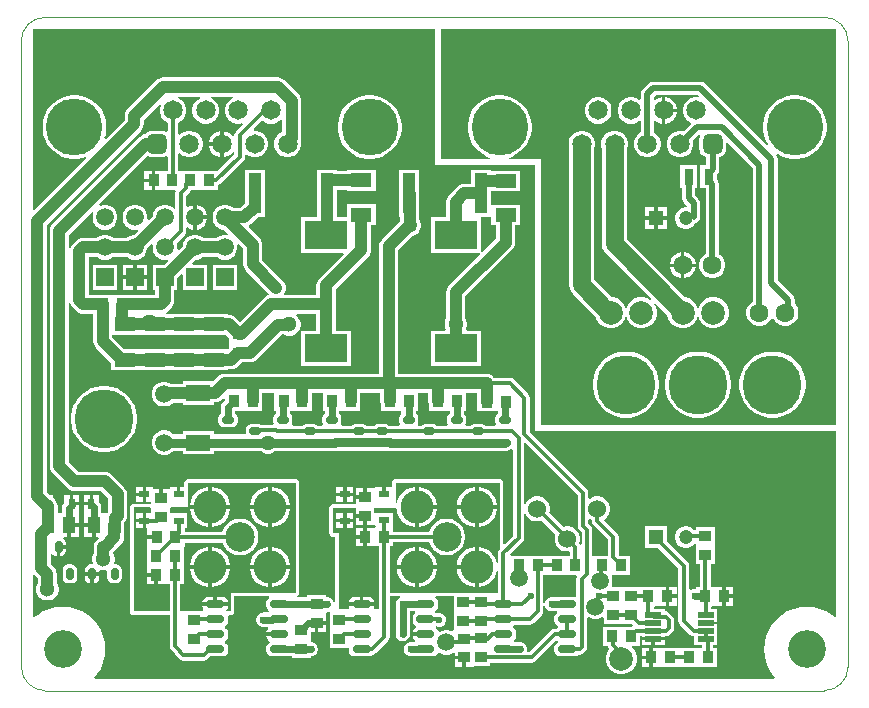
<source format=gtl>
G04*
G04 #@! TF.GenerationSoftware,Altium Limited,Altium Designer,23.9.2 (47)*
G04*
G04 Layer_Physical_Order=1*
G04 Layer_Color=255*
%FSLAX44Y44*%
%MOMM*%
G71*
G04*
G04 #@! TF.SameCoordinates,B568AE66-8DF3-4FEE-8232-9B1AC1FE23A7*
G04*
G04*
G04 #@! TF.FilePolarity,Positive*
G04*
G01*
G75*
%ADD10C,0.1000*%
%ADD13C,0.2000*%
%ADD17C,1.5000*%
%ADD18R,0.8000X1.3500*%
G04:AMPARAMS|DCode=19|XSize=0.6mm|YSize=1mm|CornerRadius=0.15mm|HoleSize=0mm|Usage=FLASHONLY|Rotation=270.000|XOffset=0mm|YOffset=0mm|HoleType=Round|Shape=RoundedRectangle|*
%AMROUNDEDRECTD19*
21,1,0.6000,0.7000,0,0,270.0*
21,1,0.3000,1.0000,0,0,270.0*
1,1,0.3000,-0.3500,-0.1500*
1,1,0.3000,-0.3500,0.1500*
1,1,0.3000,0.3500,0.1500*
1,1,0.3000,0.3500,-0.1500*
%
%ADD19ROUNDEDRECTD19*%
%ADD20R,0.9500X1.0000*%
%ADD21R,1.0000X0.9500*%
%ADD22R,1.3500X0.5000*%
%ADD23C,2.0000*%
G04:AMPARAMS|DCode=24|XSize=0.6mm|YSize=1.55mm|CornerRadius=0.15mm|HoleSize=0mm|Usage=FLASHONLY|Rotation=90.000|XOffset=0mm|YOffset=0mm|HoleType=Round|Shape=RoundedRectangle|*
%AMROUNDEDRECTD24*
21,1,0.6000,1.2500,0,0,90.0*
21,1,0.3000,1.5500,0,0,90.0*
1,1,0.3000,0.6250,0.1500*
1,1,0.3000,0.6250,-0.1500*
1,1,0.3000,-0.6250,-0.1500*
1,1,0.3000,-0.6250,0.1500*
%
%ADD24ROUNDEDRECTD24*%
%ADD25R,0.8300X0.6300*%
%ADD26R,1.0500X1.4000*%
G04:AMPARAMS|DCode=27|XSize=0.6mm|YSize=1mm|CornerRadius=0.15mm|HoleSize=0mm|Usage=FLASHONLY|Rotation=180.000|XOffset=0mm|YOffset=0mm|HoleType=Round|Shape=RoundedRectangle|*
%AMROUNDEDRECTD27*
21,1,0.6000,0.7000,0,0,180.0*
21,1,0.3000,1.0000,0,0,180.0*
1,1,0.3000,-0.1500,0.3500*
1,1,0.3000,0.1500,0.3500*
1,1,0.3000,0.1500,-0.3500*
1,1,0.3000,-0.1500,-0.3500*
%
%ADD27ROUNDEDRECTD27*%
%ADD28R,0.6300X0.8300*%
%ADD29R,2.0000X1.4000*%
%ADD30R,1.8000X1.1500*%
%ADD31R,3.6000X2.4000*%
%ADD32R,1.1000X3.4000*%
%ADD61C,0.3000*%
%ADD62C,0.6000*%
%ADD63C,1.0000*%
%ADD64C,0.8000*%
%ADD65C,0.5000*%
%ADD66C,1.5000*%
%ADD67C,1.5240*%
%ADD68C,5.0000*%
%ADD69C,1.6000*%
%ADD70C,1.2000*%
%ADD71R,1.2000X1.2000*%
%ADD72C,4.8000*%
%ADD73C,1.6500*%
G04:AMPARAMS|DCode=74|XSize=1.65mm|YSize=1.65mm|CornerRadius=0.4125mm|HoleSize=0mm|Usage=FLASHONLY|Rotation=180.000|XOffset=0mm|YOffset=0mm|HoleType=Round|Shape=RoundedRectangle|*
%AMROUNDEDRECTD74*
21,1,1.6500,0.8250,0,0,180.0*
21,1,0.8250,1.6500,0,0,180.0*
1,1,0.8250,-0.4125,0.4125*
1,1,0.8250,0.4125,0.4125*
1,1,0.8250,0.4125,-0.4125*
1,1,0.8250,-0.4125,-0.4125*
%
%ADD74ROUNDEDRECTD74*%
%ADD75C,2.5000*%
%ADD76C,2.8000*%
%ADD77R,1.5000X1.5000*%
%ADD78C,3.2000*%
%ADD79C,0.6000*%
%ADD80C,0.6010*%
%ADD81C,1.3000*%
%ADD82C,1.2700*%
%ADD83C,1.0000*%
G36*
X179508Y501683D02*
X176942Y500202D01*
X174848Y498108D01*
X173367Y495542D01*
X172600Y492681D01*
Y489719D01*
X173367Y486858D01*
X174848Y484292D01*
X176942Y482198D01*
X179508Y480717D01*
X182369Y479950D01*
X185331D01*
X187154Y480438D01*
X187811Y479300D01*
X181756Y473244D01*
X180761Y471756D01*
X180412Y470000D01*
Y469720D01*
X179185Y469391D01*
X179002Y469708D01*
X176908Y471802D01*
X174342Y473283D01*
X171500Y474045D01*
Y462800D01*
Y451555D01*
X174342Y452317D01*
X176908Y453798D01*
X179002Y455892D01*
X179185Y456209D01*
X180412Y455880D01*
Y453900D01*
X166511Y440000D01*
X152020D01*
X151250Y440000D01*
X149980Y440000D01*
X133038D01*
Y454356D01*
X134308Y454882D01*
X135392Y453798D01*
X137958Y452317D01*
X140819Y451550D01*
X143781D01*
X146642Y452317D01*
X149208Y453798D01*
X151302Y455892D01*
X152783Y458458D01*
X153550Y461319D01*
Y464281D01*
X152783Y467142D01*
X151302Y469708D01*
X149208Y471802D01*
X146642Y473283D01*
X143781Y474050D01*
X140819D01*
X137958Y473283D01*
X135392Y471802D01*
X134308Y470718D01*
X133038Y471244D01*
Y480859D01*
X135358Y482198D01*
X137452Y484292D01*
X138933Y486858D01*
X139700Y489719D01*
Y492681D01*
X138933Y495542D01*
X137452Y498108D01*
X135358Y500202D01*
X132792Y501683D01*
X133043Y502931D01*
X151557D01*
X151808Y501683D01*
X149242Y500202D01*
X147148Y498108D01*
X145667Y495542D01*
X144900Y492681D01*
Y489719D01*
X145667Y486858D01*
X147148Y484292D01*
X149242Y482198D01*
X151808Y480717D01*
X154669Y479950D01*
X157631D01*
X160492Y480717D01*
X163058Y482198D01*
X165152Y484292D01*
X166633Y486858D01*
X167400Y489719D01*
Y492681D01*
X166633Y495542D01*
X165152Y498108D01*
X163058Y500202D01*
X160492Y501683D01*
X160743Y502931D01*
X179257D01*
X179508Y501683D01*
D02*
G37*
G36*
X350000Y445000D02*
X435000Y445000D01*
Y220000D01*
X690000D01*
Y62508D01*
X688847Y61976D01*
X686226Y64215D01*
X681394Y67175D01*
X676159Y69344D01*
X670649Y70667D01*
X665000Y71111D01*
X659351Y70667D01*
X653841Y69344D01*
X648606Y67175D01*
X643774Y64215D01*
X639465Y60535D01*
X635785Y56226D01*
X632825Y51394D01*
X630656Y46159D01*
X629333Y40649D01*
X628889Y35000D01*
X629333Y29351D01*
X630656Y23841D01*
X632825Y18606D01*
X635785Y13774D01*
X638024Y11153D01*
X637492Y10000D01*
X62508D01*
X61976Y11153D01*
X64215Y13774D01*
X67175Y18606D01*
X69344Y23841D01*
X70667Y29351D01*
X71111Y35000D01*
X70667Y40649D01*
X69344Y46159D01*
X67175Y51394D01*
X64215Y56226D01*
X60535Y60535D01*
X56226Y64215D01*
X51394Y67175D01*
X46159Y69344D01*
X40649Y70667D01*
X35000Y71111D01*
X29351Y70667D01*
X23841Y69344D01*
X18606Y67175D01*
X13774Y64215D01*
X11153Y61976D01*
X10000Y62508D01*
Y97646D01*
X11270Y98077D01*
X11294Y98045D01*
X13931Y95408D01*
Y90775D01*
X13147Y89417D01*
X12500Y87001D01*
Y84500D01*
X13147Y82084D01*
X14398Y79917D01*
X16167Y78149D01*
X18333Y76898D01*
X20749Y76251D01*
X23251D01*
X25667Y76898D01*
X27833Y78149D01*
X29602Y79917D01*
X30852Y82084D01*
X31500Y84500D01*
Y87001D01*
X30852Y89417D01*
X30069Y90775D01*
Y98751D01*
X29794Y100839D01*
X28988Y102785D01*
X27706Y104456D01*
X26900Y105262D01*
X26744Y105495D01*
X26511Y105651D01*
X25069Y107093D01*
Y115245D01*
X26339Y115630D01*
X26756Y115006D01*
X28244Y114012D01*
X30000Y113663D01*
Y121750D01*
X31500D01*
Y123251D01*
X37588D01*
Y125251D01*
X37239Y127007D01*
X36244Y128495D01*
X35517Y128981D01*
X35903Y130251D01*
X38750D01*
Y140251D01*
X40250D01*
Y141751D01*
X48500D01*
Y150251D01*
X48500Y150251D01*
X48800Y151101D01*
X48800D01*
X48800Y151396D01*
Y156751D01*
X42650D01*
Y158251D01*
X41150D01*
Y165401D01*
X36500D01*
Y159752D01*
X35924Y159176D01*
X34598Y157192D01*
X34132Y154851D01*
Y150251D01*
X32270D01*
X32000Y150251D01*
X30819Y150466D01*
Y155851D01*
X30544Y157939D01*
X29738Y159885D01*
X28456Y161556D01*
X26500Y163512D01*
Y165401D01*
X24611D01*
X21569Y168443D01*
Y394158D01*
X101206Y473794D01*
X102488Y475466D01*
X103294Y477412D01*
X103569Y479500D01*
Y483158D01*
X117247Y496836D01*
X118263Y496056D01*
X117967Y495542D01*
X117200Y492681D01*
Y489719D01*
X117967Y486858D01*
X119448Y484292D01*
X121542Y482198D01*
X123862Y480859D01*
Y473565D01*
X122592Y472939D01*
X122318Y473149D01*
X120585Y473867D01*
X118725Y474112D01*
X110475D01*
X108615Y473867D01*
X106882Y473149D01*
X105393Y472007D01*
X104525Y470875D01*
X103912Y470794D01*
X101966Y469988D01*
X100294Y468706D01*
X26294Y394706D01*
X25012Y393035D01*
X24206Y391088D01*
X23931Y389000D01*
Y190000D01*
X24206Y187912D01*
X25012Y185965D01*
X26294Y184294D01*
X39294Y171294D01*
X40965Y170012D01*
X42912Y169206D01*
X45000Y168931D01*
X67397D01*
X73581Y162747D01*
Y158251D01*
X73581Y158251D01*
X73581Y158250D01*
Y151422D01*
X73544Y151385D01*
X72674Y150251D01*
X71020D01*
X70750Y150251D01*
Y150251D01*
X69750D01*
Y150251D01*
X67618D01*
Y155101D01*
X67152Y157442D01*
X65826Y159426D01*
X65500Y159752D01*
Y165401D01*
X60850D01*
Y158251D01*
X59350D01*
Y156751D01*
X53200D01*
Y151500D01*
X53200Y151101D01*
X53200D01*
X53250Y150251D01*
X53250D01*
Y141751D01*
X61500D01*
Y140251D01*
X63000D01*
Y130251D01*
X65097D01*
X65483Y128981D01*
X64756Y128495D01*
X64343Y127877D01*
X63794Y127456D01*
X62512Y125785D01*
X61706Y123839D01*
X61431Y121751D01*
Y116275D01*
X60647Y114918D01*
X60000Y112501D01*
Y110000D01*
X60507Y108109D01*
X59740Y106839D01*
X58500D01*
X56744Y106490D01*
X55256Y105495D01*
X54261Y104007D01*
X53912Y102251D01*
Y100251D01*
X60000D01*
X66088D01*
Y101015D01*
X67358Y101989D01*
X68249Y101751D01*
X70751D01*
X71642Y101989D01*
X72912Y101015D01*
Y95251D01*
X73261Y93495D01*
X74256Y92006D01*
X75744Y91012D01*
X77500Y90662D01*
X80500D01*
X82256Y91012D01*
X83744Y92006D01*
X84739Y93495D01*
X85088Y95251D01*
Y102251D01*
X84739Y104007D01*
X83744Y105495D01*
X82256Y106490D01*
X80500Y106839D01*
X79260D01*
X78493Y108109D01*
X79000Y110000D01*
Y112501D01*
X78352Y114918D01*
X77569Y116275D01*
Y117016D01*
X84456Y123903D01*
X85738Y125574D01*
X86544Y127520D01*
X86819Y129609D01*
Y130251D01*
X87250D01*
Y139977D01*
X87319Y140501D01*
Y142337D01*
X87356Y142374D01*
X88638Y144045D01*
X89444Y145991D01*
X89719Y148080D01*
Y158251D01*
X89719Y158251D01*
Y166090D01*
X89444Y168178D01*
X88638Y170124D01*
X87356Y171795D01*
X76445Y182706D01*
X74774Y183988D01*
X72828Y184794D01*
X70740Y185069D01*
X48342D01*
X40069Y193342D01*
Y327852D01*
X41339Y328105D01*
X42012Y326480D01*
X43294Y324809D01*
X46809Y321294D01*
X48480Y320012D01*
X50426Y319206D01*
X52515Y318931D01*
X60931D01*
Y295750D01*
X61206Y293662D01*
X62012Y291716D01*
X63294Y290044D01*
X76000Y277339D01*
Y271250D01*
X100000D01*
Y271250D01*
X101000D01*
Y271250D01*
X125000D01*
Y271250D01*
X126000D01*
Y271250D01*
X150000D01*
Y271250D01*
X151000D01*
Y271250D01*
X175000D01*
Y271931D01*
X177750D01*
X179838Y272206D01*
X181784Y273012D01*
X183456Y274294D01*
X187092Y277931D01*
X194000D01*
X196088Y278206D01*
X198034Y279012D01*
X199706Y280294D01*
X220882Y301471D01*
X222773D01*
X223333Y301147D01*
X225749Y300500D01*
X228251D01*
X230667Y301147D01*
X232833Y302398D01*
X234602Y304167D01*
X235853Y306333D01*
X236500Y308749D01*
Y311251D01*
X235853Y313667D01*
X234602Y315833D01*
X232833Y317602D01*
X232731Y317661D01*
X233071Y318931D01*
X249931D01*
Y304800D01*
X237000D01*
Y274800D01*
X279000D01*
Y304800D01*
X266069D01*
Y327000D01*
Y339658D01*
X293706Y367294D01*
X294988Y368965D01*
X295794Y370912D01*
X296069Y373000D01*
Y394250D01*
X300000D01*
Y411750D01*
X276000D01*
Y400800D01*
X268187D01*
X267000Y401000D01*
Y423931D01*
X276000D01*
Y423250D01*
X300000D01*
Y440750D01*
X276000D01*
Y440069D01*
X267000D01*
Y441000D01*
X250000D01*
Y401000D01*
X248813Y400800D01*
X237000D01*
Y370800D01*
X272729D01*
X273215Y369627D01*
X252294Y348706D01*
X251012Y347034D01*
X250206Y345088D01*
X249931Y343000D01*
Y335069D01*
X223179D01*
X222844Y335508D01*
X222547Y336339D01*
X222666Y336546D01*
X222988Y336965D01*
X223190Y337454D01*
X223455Y337912D01*
X223592Y338423D01*
X223794Y338912D01*
X223863Y339436D01*
X224000Y339947D01*
Y340476D01*
X224069Y341000D01*
X224000Y341524D01*
Y342053D01*
X223863Y342564D01*
X223794Y343088D01*
X223592Y343577D01*
X223455Y344088D01*
X223190Y344546D01*
X222988Y345034D01*
X222666Y345454D01*
X222402Y345912D01*
X222028Y346286D01*
X221706Y346706D01*
X204169Y364242D01*
Y377100D01*
X203894Y379188D01*
X203088Y381134D01*
X201806Y382806D01*
X192204Y392408D01*
X192451Y393653D01*
X192834Y393812D01*
X194506Y395094D01*
X200411Y401000D01*
X206000D01*
Y441000D01*
X189000D01*
Y412411D01*
X185458Y408869D01*
X179180D01*
X178847Y409202D01*
X176453Y410584D01*
X173782Y411300D01*
X171018D01*
X168347Y410584D01*
X165953Y409202D01*
X163998Y407247D01*
X162616Y404853D01*
X161900Y402182D01*
Y399418D01*
X162616Y396747D01*
X163998Y394353D01*
X165953Y392398D01*
X168347Y391016D01*
X171018Y390300D01*
X171489D01*
X174864Y386925D01*
X174206Y385786D01*
X173782Y385900D01*
X171018D01*
X168347Y385184D01*
X165953Y383802D01*
X165620Y383469D01*
X153780D01*
X153447Y383802D01*
X151053Y385184D01*
X148382Y385900D01*
X145618D01*
X142947Y385184D01*
X140553Y383802D01*
X138598Y381847D01*
X137216Y379453D01*
X136500Y376782D01*
Y376311D01*
X133125Y372936D01*
X131986Y373594D01*
X132100Y374018D01*
Y376782D01*
X131544Y378856D01*
X138244Y385556D01*
X139239Y387044D01*
X139588Y388800D01*
Y391728D01*
X140858Y392222D01*
X142947Y391016D01*
X145500Y390331D01*
Y400800D01*
X147000D01*
D01*
X145500D01*
Y411269D01*
X142947Y410584D01*
X140858Y409378D01*
X139588Y409872D01*
Y419100D01*
X142994Y422506D01*
X143989Y423994D01*
X143990Y424000D01*
X149980D01*
X150750Y424000D01*
X152020Y424000D01*
X166750D01*
Y427760D01*
X166756Y427761D01*
X168244Y428756D01*
X188244Y448756D01*
X189239Y450244D01*
X189588Y452000D01*
Y453343D01*
X190187Y453591D01*
X190858Y453760D01*
X193358Y452317D01*
X196219Y451550D01*
X199181D01*
X202042Y452317D01*
X204608Y453798D01*
X206702Y455892D01*
X208183Y458458D01*
X208950Y461319D01*
Y464281D01*
X208183Y467142D01*
X206702Y469708D01*
X204608Y471802D01*
X202042Y473283D01*
X199181Y474050D01*
X197335D01*
X196809Y475320D01*
X204164Y482676D01*
X204642Y482198D01*
X207208Y480717D01*
X210069Y479950D01*
X213031D01*
X215892Y480717D01*
X218458Y482198D01*
X219661Y483401D01*
X220931Y482875D01*
Y473210D01*
X218492Y471802D01*
X216398Y469708D01*
X214917Y467142D01*
X214150Y464281D01*
Y461319D01*
X214917Y458458D01*
X216398Y455892D01*
X218492Y453798D01*
X221058Y452317D01*
X223919Y451550D01*
X226881D01*
X229742Y452317D01*
X232308Y453798D01*
X234402Y455892D01*
X235883Y458458D01*
X236650Y461319D01*
Y464281D01*
X236415Y465156D01*
X236794Y466071D01*
X237069Y468159D01*
Y499000D01*
X236794Y501088D01*
X235988Y503035D01*
X234706Y504706D01*
X222706Y516706D01*
X221035Y517988D01*
X219088Y518794D01*
X217000Y519069D01*
X120000D01*
X117912Y518794D01*
X115965Y517988D01*
X114294Y516706D01*
X89794Y492206D01*
X88512Y490535D01*
X87706Y488588D01*
X87431Y486500D01*
Y482842D01*
X71421Y466833D01*
X70308Y467515D01*
X71335Y470677D01*
X72000Y474875D01*
Y479125D01*
X71335Y483322D01*
X70022Y487364D01*
X68092Y491151D01*
X65594Y494589D01*
X62589Y497594D01*
X59151Y500092D01*
X55364Y502022D01*
X51322Y503335D01*
X47125Y504000D01*
X42875D01*
X38677Y503335D01*
X34636Y502022D01*
X30849Y500092D01*
X27411Y497594D01*
X24406Y494589D01*
X21907Y491151D01*
X19978Y487364D01*
X18665Y483322D01*
X18000Y479125D01*
Y474875D01*
X18665Y470677D01*
X19978Y466636D01*
X21907Y462849D01*
X24406Y459411D01*
X27411Y456405D01*
X30849Y453908D01*
X34636Y451978D01*
X38677Y450665D01*
X42875Y450000D01*
X47125D01*
X51322Y450665D01*
X54485Y451692D01*
X55167Y450579D01*
X11173Y406585D01*
X10000Y407071D01*
Y560000D01*
X350000D01*
X350000Y445000D01*
D02*
G37*
G36*
X123862Y452035D02*
Y440898D01*
X122964Y440000D01*
X120250Y440000D01*
X118980Y440000D01*
X113500D01*
Y432000D01*
Y424000D01*
X118980D01*
X119750Y424000D01*
X121020Y424000D01*
X130081D01*
X130800Y422960D01*
X130756Y422730D01*
X130412Y421000D01*
Y408633D01*
X129142Y408107D01*
X128047Y409202D01*
X125653Y410584D01*
X122982Y411300D01*
X120218D01*
X117547Y410584D01*
X115153Y409202D01*
X113198Y407247D01*
X111816Y404853D01*
X111100Y402182D01*
Y401711D01*
X107725Y398336D01*
X106586Y398994D01*
X106700Y399418D01*
Y402182D01*
X105984Y404853D01*
X104602Y407247D01*
X102647Y409202D01*
X100253Y410584D01*
X97582Y411300D01*
X94818D01*
X92147Y410584D01*
X89753Y409202D01*
X87798Y407247D01*
X86416Y404853D01*
X85700Y402182D01*
Y399418D01*
X86416Y396747D01*
X87798Y394353D01*
X89753Y392398D01*
X92147Y391016D01*
X94818Y390300D01*
X97582D01*
X98006Y390414D01*
X98664Y389275D01*
X95289Y385900D01*
X94818D01*
X92147Y385184D01*
X89753Y383802D01*
X89420Y383469D01*
X77580D01*
X77247Y383802D01*
X74853Y385184D01*
X72182Y385900D01*
X69418D01*
X66747Y385184D01*
X64353Y383802D01*
X64020Y383469D01*
X52515D01*
X50426Y383194D01*
X48480Y382388D01*
X46809Y381106D01*
X43294Y377591D01*
X42012Y375920D01*
X41339Y374295D01*
X40069Y374548D01*
Y385658D01*
X59938Y405527D01*
X61016Y404853D01*
X60300Y402182D01*
Y399418D01*
X61016Y396747D01*
X62398Y394353D01*
X64353Y392398D01*
X66747Y391016D01*
X69418Y390300D01*
X72182D01*
X74853Y391016D01*
X77247Y392398D01*
X79202Y394353D01*
X80584Y396747D01*
X81300Y399418D01*
Y402182D01*
X80584Y404853D01*
X79202Y407247D01*
X77247Y409202D01*
X74853Y410584D01*
X72182Y411300D01*
X69418D01*
X66747Y410584D01*
X66073Y411662D01*
X106871Y452460D01*
X106882Y452451D01*
X108615Y451733D01*
X110475Y451488D01*
X118725D01*
X120585Y451733D01*
X122318Y452451D01*
X122592Y452661D01*
X123862Y452035D01*
D02*
G37*
G36*
X188031Y373758D02*
Y360900D01*
X188306Y358812D01*
X189112Y356866D01*
X190394Y355194D01*
X209444Y336145D01*
X208988Y334804D01*
X208912Y334794D01*
X206966Y333988D01*
X205294Y332706D01*
X184875Y312286D01*
X181456Y315706D01*
X179785Y316988D01*
X177838Y317794D01*
X175750Y318069D01*
X175000D01*
Y318750D01*
X151000D01*
Y318750D01*
X150000Y318750D01*
Y318750D01*
X126000D01*
Y318750D01*
X125000Y318750D01*
Y318750D01*
X122392D01*
X122120Y320012D01*
X123791Y321294D01*
X127306Y324809D01*
X128588Y326480D01*
X129394Y328426D01*
X129669Y330515D01*
Y339500D01*
X132100D01*
Y349089D01*
X135327Y352315D01*
X136500Y351829D01*
Y339500D01*
X157500D01*
Y360500D01*
X145171D01*
X144685Y361673D01*
X147911Y364900D01*
X148382D01*
X151053Y365616D01*
X153447Y366998D01*
X153780Y367331D01*
X165620D01*
X165953Y366998D01*
X168347Y365616D01*
X171018Y364900D01*
X173782D01*
X176453Y365616D01*
X178847Y366998D01*
X180802Y368953D01*
X182184Y371347D01*
X182900Y374018D01*
Y376782D01*
X182786Y377206D01*
X183925Y377864D01*
X188031Y373758D01*
D02*
G37*
G36*
X111214Y377206D02*
X111100Y376782D01*
Y374018D01*
X111816Y371347D01*
X113198Y368953D01*
X115153Y366998D01*
X117547Y365616D01*
X120218Y364900D01*
X122982D01*
X123406Y365014D01*
X124064Y363875D01*
X120689Y360500D01*
X111100D01*
Y339500D01*
X113531D01*
Y335069D01*
X88000D01*
X87476Y335000D01*
X77250D01*
X77250Y335000D01*
X76750D01*
Y335000D01*
X75980Y335000D01*
X69524D01*
X69000Y335069D01*
X57069D01*
Y367331D01*
X64020D01*
X64353Y366998D01*
X66747Y365616D01*
X69418Y364900D01*
X72182D01*
X74853Y365616D01*
X77247Y366998D01*
X77580Y367331D01*
X89420D01*
X89753Y366998D01*
X92147Y365616D01*
X94818Y364900D01*
X97582D01*
X100253Y365616D01*
X102647Y366998D01*
X104602Y368953D01*
X105984Y371347D01*
X106700Y374018D01*
Y374489D01*
X110075Y377864D01*
X111214Y377206D01*
D02*
G37*
G36*
X150000Y301250D02*
Y301250D01*
X151000Y301250D01*
Y301250D01*
X151233Y301250D01*
X173089D01*
X176000Y298339D01*
Y295020D01*
X176000Y294250D01*
X176000D01*
Y293750D01*
X176000D01*
Y289661D01*
X175880Y289541D01*
X175000Y288750D01*
Y288750D01*
X175000Y288750D01*
X151000D01*
Y288750D01*
X150000D01*
Y288750D01*
X126000D01*
Y288750D01*
X125000D01*
Y288750D01*
X101000D01*
Y288750D01*
X100000D01*
Y288750D01*
X87774D01*
X87356Y288805D01*
X77069Y299092D01*
Y301250D01*
X100000D01*
Y301250D01*
X101000D01*
Y301250D01*
X125000D01*
Y301250D01*
X126000Y301250D01*
Y301250D01*
X149767D01*
X150000Y301250D01*
D02*
G37*
G36*
X690000Y225000D02*
X440000D01*
Y450000D01*
X413386D01*
X413185Y451270D01*
X415364Y451978D01*
X419151Y453908D01*
X422589Y456405D01*
X425594Y459411D01*
X428092Y462849D01*
X430022Y466636D01*
X431335Y470677D01*
X432000Y474875D01*
Y479125D01*
X431335Y483322D01*
X430022Y487364D01*
X428092Y491151D01*
X425594Y494589D01*
X422589Y497594D01*
X419151Y500092D01*
X415364Y502022D01*
X411323Y503335D01*
X407125Y504000D01*
X402875D01*
X398677Y503335D01*
X394636Y502022D01*
X390849Y500092D01*
X387411Y497594D01*
X384406Y494589D01*
X381908Y491151D01*
X379978Y487364D01*
X378665Y483322D01*
X378000Y479125D01*
Y474875D01*
X378665Y470677D01*
X379978Y466636D01*
X381908Y462849D01*
X384406Y459411D01*
X387411Y456405D01*
X390849Y453908D01*
X394636Y451978D01*
X396815Y451270D01*
X396614Y450000D01*
X355000D01*
Y560000D01*
X690000D01*
Y225000D01*
D02*
G37*
%LPC*%
G36*
X168500Y474045D02*
X165658Y473283D01*
X163092Y471802D01*
X160998Y469708D01*
X159517Y467142D01*
X158755Y464300D01*
X168500D01*
Y474045D01*
D02*
G37*
G36*
Y461300D02*
X158755D01*
X159517Y458458D01*
X160998Y455892D01*
X163092Y453798D01*
X165658Y452317D01*
X168500Y451555D01*
Y461300D01*
D02*
G37*
G36*
X297125Y504000D02*
X292875D01*
X288678Y503335D01*
X284636Y502022D01*
X280849Y500092D01*
X277411Y497594D01*
X274405Y494589D01*
X271908Y491151D01*
X269978Y487364D01*
X268665Y483322D01*
X268000Y479125D01*
Y474875D01*
X268665Y470677D01*
X269978Y466636D01*
X271908Y462849D01*
X274405Y459411D01*
X277411Y456405D01*
X280849Y453908D01*
X284636Y451978D01*
X288678Y450665D01*
X292875Y450000D01*
X297125D01*
X301322Y450665D01*
X305364Y451978D01*
X309151Y453908D01*
X312589Y456405D01*
X315594Y459411D01*
X318092Y462849D01*
X320022Y466636D01*
X321335Y470677D01*
X322000Y474875D01*
Y479125D01*
X321335Y483322D01*
X320022Y487364D01*
X318092Y491151D01*
X315594Y494589D01*
X312589Y497594D01*
X309151Y500092D01*
X305364Y502022D01*
X301322Y503335D01*
X297125Y504000D01*
D02*
G37*
G36*
X148500Y411268D02*
Y402300D01*
X157468D01*
X156784Y404853D01*
X155402Y407247D01*
X153447Y409202D01*
X151053Y410584D01*
X148500Y411268D01*
D02*
G37*
G36*
X157469Y399300D02*
X148500D01*
Y390332D01*
X151053Y391016D01*
X153447Y392398D01*
X155402Y394353D01*
X156784Y396747D01*
X157469Y399300D01*
D02*
G37*
G36*
X398000Y441000D02*
X381000D01*
Y429069D01*
X375000D01*
X372912Y428794D01*
X370965Y427988D01*
X369294Y426706D01*
X362294Y419706D01*
X361012Y418035D01*
X360206Y416088D01*
X359931Y414000D01*
Y400800D01*
X347000D01*
Y370800D01*
X388013D01*
X388318Y370800D01*
X388522Y370305D01*
X388844Y369530D01*
X362294Y342981D01*
X361012Y341310D01*
X360206Y339363D01*
X359931Y337275D01*
Y315024D01*
X359147Y313667D01*
X358500Y311251D01*
Y308749D01*
X359147Y306333D01*
X359299Y306070D01*
X358566Y304800D01*
X347000D01*
Y274800D01*
X389000D01*
Y304800D01*
X377434D01*
X376701Y306070D01*
X376853Y306333D01*
X377500Y308749D01*
Y311251D01*
X376853Y313667D01*
X376069Y315024D01*
Y333933D01*
X415706Y373569D01*
X416988Y375240D01*
X417794Y377187D01*
X418069Y379275D01*
Y393750D01*
X422000D01*
Y411250D01*
X399270D01*
X398000Y411250D01*
X398000Y412520D01*
Y422750D01*
X422000D01*
Y440250D01*
X398000D01*
Y441000D01*
D02*
G37*
G36*
X337000D02*
X320000D01*
Y401000D01*
X320681D01*
Y398291D01*
X320287Y397609D01*
X319954Y396365D01*
X305294Y381706D01*
X304012Y380034D01*
X303206Y378088D01*
X302931Y376000D01*
Y268319D01*
X172250D01*
X170162Y268044D01*
X168216Y267238D01*
X166544Y265956D01*
X162589Y262000D01*
X137000D01*
Y259569D01*
X127158D01*
X125053Y260784D01*
X122382Y261500D01*
X119618D01*
X116947Y260784D01*
X114553Y259402D01*
X112598Y257447D01*
X111216Y255053D01*
X110500Y252382D01*
Y249618D01*
X111216Y246947D01*
X112598Y244553D01*
X114553Y242598D01*
X116947Y241216D01*
X119618Y240500D01*
X122382D01*
X125053Y241216D01*
X127447Y242598D01*
X128280Y243431D01*
X137000D01*
Y242000D01*
X163000D01*
Y243931D01*
X164000D01*
X166088Y244206D01*
X168034Y245012D01*
X169706Y246294D01*
X171077Y247665D01*
X172250Y247179D01*
Y245651D01*
X170674Y244076D01*
X169348Y242091D01*
X168883Y239750D01*
Y234163D01*
X168256Y233744D01*
X167261Y232256D01*
X166912Y230500D01*
Y227500D01*
X167261Y225744D01*
X168256Y224256D01*
X169744Y223261D01*
X171500Y222912D01*
X174852D01*
X175000Y222882D01*
X175148Y222912D01*
X178500D01*
X180256Y223261D01*
X181744Y224256D01*
X182739Y225744D01*
X183088Y227500D01*
Y230500D01*
X182739Y232256D01*
X181744Y233744D01*
X181117Y234163D01*
Y237000D01*
X187750D01*
Y237000D01*
X188250Y237000D01*
Y237000D01*
X189020Y237000D01*
X203750D01*
Y243055D01*
X203794Y243162D01*
X204069Y245250D01*
Y252181D01*
X214250D01*
Y237000D01*
X215632D01*
Y234330D01*
X214756Y233744D01*
X213761Y232256D01*
X213412Y230500D01*
Y227500D01*
X213639Y226358D01*
X212788Y225088D01*
X203481D01*
X203256Y225239D01*
X201500Y225588D01*
X194500D01*
X192744Y225239D01*
X191256Y224244D01*
X190261Y222756D01*
X189912Y221000D01*
Y218000D01*
X189141Y217060D01*
X163000D01*
Y220000D01*
X137000D01*
Y217060D01*
X128789D01*
X127447Y218402D01*
X125053Y219784D01*
X122382Y220500D01*
X119618D01*
X116947Y219784D01*
X114553Y218402D01*
X112598Y216447D01*
X111216Y214053D01*
X110500Y211382D01*
Y208618D01*
X111216Y205947D01*
X112598Y203553D01*
X114553Y201598D01*
X116947Y200216D01*
X119618Y199500D01*
X122382D01*
X125053Y200216D01*
X127447Y201598D01*
X128789Y202940D01*
X137000D01*
Y200000D01*
X163000D01*
Y202940D01*
X202838D01*
X203259Y202518D01*
X205391Y201287D01*
X207769Y200650D01*
X210231D01*
X212609Y201287D01*
X214741Y202518D01*
X215163Y202940D01*
X237000D01*
X237500Y203005D01*
X238000Y202940D01*
X265879D01*
X266549Y203028D01*
X311560D01*
X312229Y202940D01*
X328000D01*
X328999Y203071D01*
X330000Y202940D01*
X409500D01*
X411327Y203180D01*
X413030Y203885D01*
X413087Y203929D01*
X414756Y204261D01*
X415142Y204519D01*
X416412Y203840D01*
Y130900D01*
X409232Y123721D01*
X408059Y124207D01*
Y175864D01*
X407826Y177035D01*
X407163Y178027D01*
X406171Y178690D01*
X405000Y178923D01*
X316942D01*
X315771Y178690D01*
X314779Y178027D01*
X314116Y177035D01*
X313883Y175864D01*
Y172450D01*
X308700D01*
Y166300D01*
X305700D01*
Y172450D01*
X300050D01*
Y172281D01*
X299000Y171750D01*
X292500D01*
Y164000D01*
X291000D01*
Y162500D01*
X283000D01*
Y157923D01*
X264000D01*
X262829Y157690D01*
X261837Y157027D01*
X261174Y156035D01*
X260941Y154864D01*
Y133000D01*
X261174Y131830D01*
X261837Y130837D01*
X262829Y130174D01*
X264000Y129941D01*
X265941D01*
Y75369D01*
X264671Y75244D01*
X264652Y75341D01*
X264331Y75821D01*
X264091Y76402D01*
X263646Y76846D01*
X263326Y77326D01*
X262846Y77646D01*
X262402Y78091D01*
X261821Y78331D01*
X261341Y78652D01*
X260775Y78764D01*
X260194Y79005D01*
X259566D01*
X259000Y79117D01*
X258000D01*
Y80750D01*
X242000D01*
Y79168D01*
X234150D01*
X233765Y80438D01*
X234363Y80837D01*
X235026Y81830D01*
X235259Y83000D01*
Y176000D01*
X235026Y177171D01*
X234363Y178163D01*
X233370Y178826D01*
X232200Y179059D01*
X141200D01*
X140029Y178826D01*
X139037Y178163D01*
X138374Y177171D01*
X138141Y176000D01*
Y172300D01*
X134700D01*
Y166150D01*
X131700D01*
Y172300D01*
X126050D01*
Y170750D01*
X119700D01*
Y163000D01*
X116700D01*
Y170750D01*
X111350D01*
Y172300D01*
X105700D01*
Y166150D01*
Y160000D01*
X109505D01*
X109857Y158988D01*
X108974Y158059D01*
X95200D01*
X94030Y157826D01*
X93037Y157163D01*
X92374Y156171D01*
X92141Y155000D01*
Y67000D01*
X92374Y65830D01*
X93037Y64837D01*
X94030Y64174D01*
X95200Y63941D01*
X125612D01*
Y37793D01*
X125961Y36037D01*
X126956Y34548D01*
X130130Y31374D01*
X130204Y31002D01*
X131198Y29513D01*
X134006Y26706D01*
X135494Y25711D01*
X137250Y25362D01*
X154450D01*
X156206Y25711D01*
X157694Y26706D01*
X159851Y28862D01*
X170450D01*
X172206Y29211D01*
X173694Y30206D01*
X174689Y31694D01*
X175038Y33450D01*
Y36450D01*
X174689Y38206D01*
X173694Y39694D01*
X172290Y40633D01*
X172211Y41300D01*
X172290Y41967D01*
X173694Y42906D01*
X174689Y44394D01*
X175038Y46150D01*
Y49150D01*
X174689Y50906D01*
X173694Y52394D01*
X172290Y53333D01*
X172211Y54000D01*
X172290Y54667D01*
X173694Y55606D01*
X174689Y57094D01*
X175038Y58850D01*
Y61850D01*
X174875Y62671D01*
X175876Y63941D01*
X177200D01*
X178370Y64174D01*
X179363Y64837D01*
X180026Y65830D01*
X180259Y67000D01*
Y79941D01*
X209807D01*
X209993Y79388D01*
X210018Y78671D01*
X208706Y77794D01*
X207711Y76306D01*
X207362Y74550D01*
Y71550D01*
X207711Y69794D01*
X208706Y68306D01*
X209083Y68054D01*
X209395Y66328D01*
X209245Y66118D01*
X205000D01*
X204409Y66000D01*
X203806D01*
X203250Y65769D01*
X202659Y65652D01*
X202158Y65317D01*
X201601Y65087D01*
X201175Y64661D01*
X200674Y64326D01*
X200340Y63825D01*
X199913Y63399D01*
X199683Y62842D01*
X199348Y62341D01*
X199231Y61750D01*
X199000Y61193D01*
Y60591D01*
X198883Y60000D01*
X199000Y59409D01*
Y58807D01*
X199231Y58250D01*
X199348Y57659D01*
X199683Y57158D01*
X199913Y56601D01*
X200340Y56175D01*
X200674Y55674D01*
X201175Y55339D01*
X201601Y54914D01*
X202158Y54683D01*
X202659Y54348D01*
X203250Y54231D01*
X203806Y54000D01*
X204409D01*
X205000Y53882D01*
X208647D01*
X209032Y52613D01*
X208706Y52394D01*
X207711Y50906D01*
X207362Y49150D01*
X218200D01*
Y46150D01*
X207362D01*
Y46150D01*
X207711Y44394D01*
X208706Y42906D01*
X210110Y41967D01*
X210189Y41300D01*
X210110Y40633D01*
X208706Y39694D01*
X207711Y38206D01*
X207362Y36450D01*
Y33450D01*
X207711Y31694D01*
X208706Y30206D01*
X210194Y29211D01*
X211950Y28862D01*
X218052D01*
X218200Y28832D01*
X229000D01*
Y27250D01*
X245000D01*
Y28843D01*
X245764Y28995D01*
X246194D01*
X246592Y29160D01*
X247288Y29298D01*
X247879Y29693D01*
X248402Y29909D01*
X248802Y30309D01*
X249273Y30624D01*
X249318Y30669D01*
X249326Y30674D01*
X249646Y31154D01*
X250091Y31598D01*
X250331Y32179D01*
X250652Y32659D01*
X250764Y33225D01*
X251005Y33805D01*
Y34434D01*
X251117Y35000D01*
X251005Y35566D01*
Y36195D01*
X250764Y36775D01*
X250652Y37341D01*
X250331Y37821D01*
X250091Y38402D01*
X249646Y38846D01*
X249326Y39326D01*
X248846Y39646D01*
X248402Y40091D01*
X247821Y40331D01*
X247341Y40652D01*
X246775Y40764D01*
X246194Y41005D01*
X245000Y42041D01*
Y42750D01*
X245000Y44020D01*
Y49250D01*
X248500D01*
Y57000D01*
X250000D01*
Y58500D01*
X258000D01*
Y63980D01*
X258000Y64750D01*
X258000Y65984D01*
X258898Y66883D01*
X259000D01*
X259566Y66995D01*
X260194D01*
X261200Y66037D01*
Y52250D01*
X261200Y52250D01*
Y51750D01*
X261200D01*
X261200Y50980D01*
Y36250D01*
X276205D01*
X277200Y36250D01*
X277362Y35047D01*
Y33450D01*
X277711Y31694D01*
X278706Y30206D01*
X280194Y29211D01*
X281950Y28862D01*
X294450D01*
X296206Y29211D01*
X297694Y30206D01*
X297898Y30511D01*
X298906Y30711D01*
X300394Y31706D01*
X310444Y41756D01*
X311439Y43244D01*
X311788Y45000D01*
Y79805D01*
X320244D01*
X320462Y78535D01*
X320139Y78320D01*
X319598Y78096D01*
X319185Y77682D01*
X318726Y77376D01*
X318696Y77345D01*
X318674Y77331D01*
X318354Y76851D01*
X317909Y76407D01*
X317669Y75826D01*
X317348Y75346D01*
X317236Y74780D01*
X316995Y74199D01*
Y73571D01*
X316882Y73005D01*
Y48000D01*
X316995Y47434D01*
Y46806D01*
X317236Y46225D01*
X317348Y45659D01*
X317669Y45179D01*
X317909Y44598D01*
X318354Y44154D01*
X318674Y43674D01*
X319154Y43354D01*
X319598Y42909D01*
X320179Y42669D01*
X320659Y42348D01*
X321225Y42236D01*
X321805Y41995D01*
X322434D01*
X323000Y41883D01*
X323566Y41995D01*
X324194D01*
X324775Y42236D01*
X325341Y42348D01*
X325821Y42669D01*
X326402Y42909D01*
X326846Y43354D01*
X327326Y43674D01*
X327646Y44154D01*
X328091Y44598D01*
X328331Y45179D01*
X328652Y45659D01*
X328764Y46225D01*
X329005Y46806D01*
Y47434D01*
X329118Y48000D01*
Y66933D01*
X333171D01*
X333556Y65662D01*
X332706Y65094D01*
X331711Y63606D01*
X331362Y61850D01*
Y58850D01*
X331711Y57094D01*
X332706Y55606D01*
X334110Y54667D01*
X334189Y54000D01*
X334110Y53333D01*
X332706Y52394D01*
X331711Y50906D01*
X331362Y49150D01*
X342200D01*
Y46150D01*
X331362D01*
Y46150D01*
X331711Y44394D01*
X332706Y42906D01*
X333481Y42387D01*
X333096Y41118D01*
X330000D01*
X329434Y41005D01*
X328806D01*
X328225Y40764D01*
X327659Y40652D01*
X327179Y40331D01*
X326598Y40091D01*
X326154Y39646D01*
X325674Y39326D01*
X325354Y38846D01*
X324909Y38402D01*
X324669Y37821D01*
X324348Y37341D01*
X324236Y36775D01*
X323995Y36195D01*
Y35566D01*
X323882Y35000D01*
X323995Y34434D01*
Y33805D01*
X324236Y33225D01*
X324348Y32659D01*
X324669Y32179D01*
X324909Y31598D01*
X325354Y31154D01*
X325674Y30674D01*
X326154Y30354D01*
X326598Y29909D01*
X327179Y29669D01*
X327659Y29348D01*
X328225Y29236D01*
X328806Y28995D01*
X329434D01*
X330000Y28883D01*
X335846D01*
X335950Y28862D01*
X336423D01*
X336571Y28832D01*
X342200D01*
X342348Y28862D01*
X348450D01*
X350206Y29211D01*
X351694Y30206D01*
X352689Y31694D01*
X352705Y31776D01*
X354101Y32282D01*
X355947Y31216D01*
X358618Y30500D01*
X361382D01*
X364053Y31216D01*
X365730Y32184D01*
X367000Y31451D01*
Y29500D01*
X375000D01*
Y28000D01*
X376500D01*
Y20250D01*
X383000D01*
Y20400D01*
X397200D01*
Y23562D01*
X432150D01*
X433906Y23911D01*
X435394Y24906D01*
X453063Y42574D01*
X454111Y41960D01*
X454189Y41300D01*
X454110Y40633D01*
X452706Y39694D01*
X451711Y38206D01*
X451362Y36450D01*
Y33450D01*
X451711Y31694D01*
X452706Y30206D01*
X454194Y29211D01*
X455950Y28862D01*
X468450D01*
X470206Y29211D01*
X471694Y30206D01*
X471799Y30362D01*
X472743D01*
X474498Y30711D01*
X475987Y31706D01*
X477744Y33463D01*
X478739Y34952D01*
X479088Y36707D01*
Y61400D01*
X480358Y62133D01*
X481947Y61216D01*
X484618Y60500D01*
X487382D01*
X490053Y61216D01*
X491730Y62184D01*
X493000Y61451D01*
Y56250D01*
X516786D01*
X517556Y55403D01*
X517391Y54016D01*
X517366Y54000D01*
X508250D01*
Y54000D01*
X507750D01*
Y54000D01*
X492250D01*
Y38000D01*
X496806D01*
X497104Y36502D01*
X497910Y35295D01*
X497597Y34982D01*
X495886Y32018D01*
X495000Y28712D01*
Y25289D01*
X495886Y21982D01*
X497597Y19018D01*
X500018Y16597D01*
X502982Y14886D01*
X506288Y14000D01*
X509711D01*
X513018Y14886D01*
X515982Y16597D01*
X518403Y19018D01*
X520114Y21982D01*
X521000Y25289D01*
Y28712D01*
X520114Y32018D01*
X518403Y34982D01*
X516655Y36730D01*
X517181Y38000D01*
X523750D01*
Y45956D01*
X525190D01*
Y45044D01*
X534939D01*
X544689D01*
Y45956D01*
X545544D01*
X547300Y46305D01*
X548789Y47300D01*
X551244Y49756D01*
X552239Y51244D01*
X552588Y53000D01*
Y60000D01*
X552239Y61756D01*
X551244Y63244D01*
X548700Y65789D01*
X547211Y66783D01*
X545456Y67133D01*
X544689D01*
Y69044D01*
X535588D01*
Y71102D01*
X536486Y72000D01*
X538750Y72000D01*
X540020Y72000D01*
X545500D01*
Y80000D01*
Y88000D01*
X540020D01*
X539250Y88000D01*
X537980Y88000D01*
X523250D01*
Y87750D01*
X500482D01*
X499781Y88779D01*
X499804Y89020D01*
X500500Y91618D01*
Y94382D01*
X499859Y96775D01*
X499844Y96938D01*
X500194Y97475D01*
X500704Y98000D01*
X515750D01*
Y114000D01*
X506739D01*
X505788Y114951D01*
Y130000D01*
X505439Y131756D01*
X504444Y133244D01*
X493756Y143933D01*
X493921Y145192D01*
X494121Y145307D01*
X496098Y147285D01*
X497496Y149706D01*
X498220Y152407D01*
Y155204D01*
X497496Y157905D01*
X496098Y160326D01*
X494121Y162304D01*
X491699Y163702D01*
X488998Y164425D01*
X486202D01*
X483501Y163702D01*
X481486Y162539D01*
X480216Y163106D01*
Y167372D01*
X479867Y169128D01*
X478872Y170616D01*
X430588Y218901D01*
Y248000D01*
X430239Y249756D01*
X429244Y251244D01*
X416994Y263494D01*
X415506Y264489D01*
X413750Y264838D01*
X400371D01*
X399706Y265706D01*
X399456Y265956D01*
X397784Y267238D01*
X395838Y268044D01*
X393750Y268319D01*
X319069D01*
Y372658D01*
X331365Y384954D01*
X332609Y385287D01*
X334741Y386518D01*
X336482Y388259D01*
X337713Y390391D01*
X338350Y392769D01*
Y395231D01*
X337713Y397609D01*
X336819Y399157D01*
Y401000D01*
X337000D01*
Y441000D01*
D02*
G37*
G36*
X72204Y258000D02*
X67796D01*
X63443Y257311D01*
X59252Y255949D01*
X55325Y253948D01*
X51759Y251357D01*
X48643Y248241D01*
X46052Y244675D01*
X44051Y240748D01*
X42689Y236557D01*
X42000Y232204D01*
Y227796D01*
X42689Y223443D01*
X44051Y219252D01*
X46052Y215325D01*
X48643Y211759D01*
X51759Y208643D01*
X55325Y206052D01*
X59252Y204051D01*
X63443Y202689D01*
X67796Y202000D01*
X72204D01*
X76557Y202689D01*
X80748Y204051D01*
X84675Y206052D01*
X88241Y208643D01*
X91357Y211759D01*
X93948Y215325D01*
X95949Y219252D01*
X97310Y223443D01*
X98000Y227796D01*
Y232204D01*
X97310Y236557D01*
X95949Y240748D01*
X93948Y244675D01*
X91357Y248241D01*
X88241Y251357D01*
X84675Y253948D01*
X80748Y255949D01*
X76557Y257311D01*
X72204Y258000D01*
D02*
G37*
G36*
X102700Y172300D02*
X97050D01*
Y167650D01*
X102700D01*
Y172300D01*
D02*
G37*
G36*
X281150Y172300D02*
X275500D01*
Y167650D01*
X281150D01*
Y172300D01*
D02*
G37*
G36*
X272500D02*
X266850D01*
Y167650D01*
X272500D01*
Y172300D01*
D02*
G37*
G36*
X289500Y171750D02*
X283000D01*
Y165500D01*
X289500D01*
Y171750D01*
D02*
G37*
G36*
X102700Y164650D02*
X97050D01*
Y160000D01*
X102700D01*
Y164650D01*
D02*
G37*
G36*
X281150Y164650D02*
X275500D01*
Y160000D01*
X281150D01*
Y164650D01*
D02*
G37*
G36*
X272500D02*
X266850D01*
Y160000D01*
X272500D01*
Y164650D01*
D02*
G37*
G36*
X57850Y165401D02*
X53200D01*
Y159751D01*
X57850D01*
Y165401D01*
D02*
G37*
G36*
X48800D02*
X44150D01*
Y159751D01*
X48800D01*
Y165401D01*
D02*
G37*
G36*
X60000Y138751D02*
X53250D01*
Y130251D01*
X60000D01*
Y138751D01*
D02*
G37*
G36*
X48500Y138751D02*
X41750D01*
Y130251D01*
X48500D01*
Y138751D01*
D02*
G37*
G36*
X37588Y120251D02*
X33000D01*
Y113663D01*
X33000D01*
X34756Y114012D01*
X36244Y115006D01*
X37239Y116495D01*
X37588Y118251D01*
Y120251D01*
D02*
G37*
G36*
X58500Y97250D02*
X53912D01*
Y95251D01*
X54261Y93495D01*
X55256Y92006D01*
X56744Y91012D01*
X58500Y90662D01*
Y97250D01*
D02*
G37*
G36*
X66088D02*
X61500D01*
Y90662D01*
X61500D01*
X63256Y91012D01*
X64744Y92006D01*
X65739Y93495D01*
X66088Y95251D01*
Y97250D01*
D02*
G37*
G36*
X42500Y106839D02*
X39500D01*
X37744Y106490D01*
X36256Y105495D01*
X35261Y104007D01*
X34912Y102251D01*
Y95251D01*
X35261Y93495D01*
X36256Y92006D01*
X37744Y91012D01*
X39500Y90662D01*
X42500D01*
X44256Y91012D01*
X45744Y92006D01*
X46739Y93495D01*
X47088Y95251D01*
Y102251D01*
X46739Y104007D01*
X45744Y105495D01*
X44256Y106490D01*
X42500Y106839D01*
D02*
G37*
G36*
X563885Y139000D02*
X561515D01*
X559226Y138387D01*
X557174Y137202D01*
X555498Y135526D01*
X554313Y133474D01*
X553700Y131185D01*
Y128815D01*
X554313Y126526D01*
X555498Y124474D01*
X557174Y122798D01*
X559226Y121613D01*
X561515Y121000D01*
X563885D01*
X566174Y121613D01*
X568226Y122798D01*
X569730Y124302D01*
X571000Y124059D01*
X571000Y123250D01*
X571000Y121980D01*
Y107250D01*
X574412D01*
Y88000D01*
X571250D01*
Y86117D01*
X570000D01*
X569434Y86005D01*
X568806D01*
X568225Y85764D01*
X567659Y85652D01*
X567179Y85331D01*
X566858Y85198D01*
X565977Y85574D01*
X565588Y85877D01*
Y105500D01*
X565239Y107256D01*
X564244Y108744D01*
X546300Y126689D01*
Y139000D01*
X528300D01*
Y121000D01*
X539011D01*
X556412Y103600D01*
Y59000D01*
X556761Y57244D01*
X557756Y55756D01*
X566211Y47300D01*
X567700Y46305D01*
X569456Y45956D01*
X569690D01*
Y38544D01*
X576412D01*
Y36898D01*
X575514Y36000D01*
X573250Y36000D01*
X571980Y36000D01*
X557250D01*
Y36000D01*
X556750D01*
Y36000D01*
X542020D01*
X541250Y36000D01*
X539980Y36000D01*
X534500D01*
Y28000D01*
Y20000D01*
X539980D01*
X540750Y20000D01*
X542020Y20000D01*
X556750D01*
Y20000D01*
X557250D01*
Y20000D01*
X571980D01*
X572750Y20000D01*
X574020Y20000D01*
X588750D01*
Y36000D01*
X585588D01*
Y38544D01*
X589190D01*
Y45044D01*
Y51544D01*
Y56045D01*
X579440D01*
Y58044D01*
X589190D01*
Y58044D01*
Y69044D01*
X584028D01*
Y71102D01*
X584926Y72000D01*
X586750Y72000D01*
X588020Y72000D01*
X593500D01*
Y80000D01*
Y88000D01*
X588020D01*
X587250Y88000D01*
X585980Y88000D01*
X583588D01*
Y107250D01*
X587000D01*
Y121980D01*
X587000Y122750D01*
X587000Y124020D01*
Y138750D01*
X571000D01*
Y135853D01*
X569730Y135698D01*
X568226Y137202D01*
X566174Y138387D01*
X563885Y139000D01*
D02*
G37*
G36*
X596500Y88000D02*
Y81500D01*
X602750D01*
Y88000D01*
X596500D01*
D02*
G37*
G36*
X548500D02*
Y81500D01*
X554750D01*
Y88000D01*
X548500D01*
D02*
G37*
G36*
X602750Y78500D02*
X596500D01*
Y72000D01*
X602750D01*
Y78500D01*
D02*
G37*
G36*
X554750Y78500D02*
X548500D01*
Y72000D01*
X554750D01*
Y78500D01*
D02*
G37*
G36*
X258000Y55500D02*
X251500D01*
Y49250D01*
X258000D01*
Y55500D01*
D02*
G37*
G36*
X544689Y42544D02*
X536439D01*
Y38544D01*
X544689D01*
Y42544D01*
D02*
G37*
G36*
X533439D02*
X525190D01*
Y38544D01*
X533439D01*
Y42544D01*
D02*
G37*
G36*
X531500Y36000D02*
X525250D01*
Y29500D01*
X531500D01*
Y36000D01*
D02*
G37*
G36*
X373500Y26500D02*
X367000D01*
Y20250D01*
X373500D01*
Y26500D01*
D02*
G37*
G36*
X531500Y26500D02*
X525250D01*
Y20000D01*
X531500D01*
Y26500D01*
D02*
G37*
%LPD*%
G36*
X398000Y401000D02*
X398000Y399730D01*
Y393750D01*
X401931D01*
Y382617D01*
X390270Y370956D01*
X389000Y371482D01*
X389000Y371777D01*
X389000D01*
X389000Y371787D01*
Y400800D01*
X390187Y401000D01*
X398000Y401000D01*
D02*
G37*
G36*
X303931Y245000D02*
X304206Y242912D01*
X304250Y242805D01*
Y237000D01*
X311476D01*
X312000Y236931D01*
X312524Y237000D01*
X318980D01*
X319750Y237000D01*
Y237000D01*
X320250D01*
Y237000D01*
X321882D01*
Y234163D01*
X321256Y233744D01*
X320261Y232256D01*
X319912Y230500D01*
Y227500D01*
X320261Y225744D01*
X320519Y225358D01*
X319840Y224088D01*
X311849D01*
X311744Y224244D01*
X310256Y225239D01*
X308500Y225588D01*
X301500D01*
X299744Y225239D01*
X298256Y224244D01*
X298151Y224088D01*
X292849D01*
X292744Y224244D01*
X291256Y225239D01*
X289500Y225588D01*
X282500D01*
X280744Y225239D01*
X279256Y224244D01*
X279151Y224088D01*
X271160D01*
X270481Y225358D01*
X270739Y225744D01*
X271088Y227500D01*
Y230500D01*
X270739Y232256D01*
X269744Y233744D01*
X269118Y234163D01*
Y237000D01*
X270750D01*
X270750Y237000D01*
X271250Y237000D01*
Y237000D01*
X272020Y237000D01*
X278476D01*
X279000Y236931D01*
X279524Y237000D01*
X286750D01*
Y242805D01*
X286794Y242912D01*
X287069Y245000D01*
Y252181D01*
X303931D01*
Y245000D01*
D02*
G37*
G36*
X255250Y237000D02*
X256882D01*
Y234163D01*
X256256Y233744D01*
X255261Y232256D01*
X254912Y230500D01*
Y227500D01*
X255261Y225744D01*
X255519Y225358D01*
X254840Y224088D01*
X251349D01*
X251244Y224244D01*
X249756Y225239D01*
X248000Y225588D01*
X241000D01*
X239244Y225239D01*
X237756Y224244D01*
X237651Y224088D01*
X229660D01*
X228981Y225358D01*
X229239Y225744D01*
X229588Y227500D01*
Y230500D01*
X229239Y232256D01*
X228244Y233744D01*
X227868Y233996D01*
Y237000D01*
X229750D01*
X229750Y237000D01*
X230250D01*
Y237000D01*
X231020Y237000D01*
X237476D01*
X238000Y236931D01*
X238524Y237000D01*
X245750D01*
Y242805D01*
X245794Y242912D01*
X246069Y245000D01*
Y252181D01*
X255250D01*
Y237000D01*
D02*
G37*
G36*
X385931Y244500D02*
X386206Y242412D01*
X386250Y242305D01*
Y236500D01*
X393476D01*
X394000Y236431D01*
X394524Y236500D01*
X400980D01*
X401750Y236500D01*
Y236500D01*
X402250D01*
Y236500D01*
X403633D01*
Y234330D01*
X402756Y233744D01*
X401761Y232256D01*
X401412Y230500D01*
Y227500D01*
X401761Y225744D01*
X402019Y225358D01*
X401340Y224088D01*
X393349D01*
X393244Y224244D01*
X391756Y225239D01*
X390000Y225588D01*
X383000D01*
X381244Y225239D01*
X379756Y224244D01*
X379651Y224088D01*
X376660D01*
X375981Y225358D01*
X376239Y225744D01*
X376588Y227500D01*
Y230500D01*
X376239Y232256D01*
X375244Y233744D01*
X374862Y234000D01*
Y236745D01*
X376494D01*
Y252181D01*
X385931D01*
Y244500D01*
D02*
G37*
G36*
X344675Y244745D02*
X344950Y242656D01*
X344994Y242550D01*
Y236745D01*
X352220D01*
X352744Y236676D01*
X353269Y236745D01*
X359724D01*
X360494Y236745D01*
Y236745D01*
X360994D01*
Y236745D01*
X362627D01*
Y234326D01*
X361756Y233744D01*
X360761Y232256D01*
X360412Y230500D01*
Y227500D01*
X360761Y225744D01*
X361019Y225358D01*
X360340Y224088D01*
X352349D01*
X352244Y224244D01*
X350756Y225239D01*
X349000Y225588D01*
X342000D01*
X340244Y225239D01*
X338756Y224244D01*
X338651Y224088D01*
X336160D01*
X335481Y225358D01*
X335739Y225744D01*
X336088Y227500D01*
Y230500D01*
X335739Y232256D01*
X334744Y233744D01*
X334118Y234163D01*
Y237000D01*
X335750D01*
Y252181D01*
X344675D01*
Y244745D01*
D02*
G37*
G36*
X405000Y119489D02*
X404956Y119444D01*
X403961Y117956D01*
X403612Y116200D01*
Y107697D01*
X402342Y107572D01*
X401947Y109559D01*
X400665Y112653D01*
X398805Y115437D01*
X396437Y117805D01*
X393652Y119665D01*
X390559Y120947D01*
X387274Y121600D01*
X387100D01*
Y104600D01*
Y87600D01*
X387274D01*
X390559Y88253D01*
X393652Y89535D01*
X396437Y91395D01*
X398805Y93763D01*
X400665Y96547D01*
X401947Y99641D01*
X402342Y101628D01*
X403612Y101503D01*
Y82864D01*
X311788D01*
Y122000D01*
X314950D01*
Y125412D01*
X345323D01*
X346464Y122658D01*
X348160Y120119D01*
X350319Y117960D01*
X352858Y116264D01*
X355679Y115096D01*
X358673Y114500D01*
X361727D01*
X364721Y115096D01*
X367542Y116264D01*
X370081Y117960D01*
X372240Y120119D01*
X373936Y122658D01*
X375104Y125479D01*
X375700Y128473D01*
Y131527D01*
X375104Y134521D01*
X373936Y137342D01*
X372240Y139881D01*
X370081Y142040D01*
X367542Y143736D01*
X364721Y144904D01*
X361727Y145500D01*
X358673D01*
X355679Y144904D01*
X352858Y143736D01*
X350319Y142040D01*
X348160Y139881D01*
X346464Y137342D01*
X345323Y134588D01*
X314950D01*
Y138000D01*
X314350D01*
Y150150D01*
X300050D01*
X299000Y150681D01*
Y154864D01*
X316530D01*
X316942Y154864D01*
X317800Y153950D01*
Y153726D01*
X318453Y150441D01*
X319735Y147347D01*
X321595Y144563D01*
X323963Y142195D01*
X326748Y140335D01*
X329841Y139053D01*
X333126Y138400D01*
X333300D01*
Y155400D01*
Y172400D01*
X333126D01*
X329841Y171747D01*
X326748Y170465D01*
X323963Y168605D01*
X321595Y166237D01*
X319735Y163452D01*
X318453Y160359D01*
X318212Y159144D01*
X316942Y159270D01*
Y175864D01*
X405000D01*
Y119489D01*
D02*
G37*
G36*
X471040Y165471D02*
Y139372D01*
X471389Y137616D01*
X472384Y136128D01*
X474412Y134100D01*
Y123991D01*
X473142Y123606D01*
X472444Y124650D01*
X472242Y124852D01*
X472820Y127007D01*
Y129804D01*
X472096Y132505D01*
X470698Y134926D01*
X468721Y136903D01*
X466299Y138302D01*
X463598Y139025D01*
X460802D01*
X459115Y138574D01*
X446968Y150721D01*
X447420Y152407D01*
Y155204D01*
X446696Y157905D01*
X445298Y160326D01*
X443321Y162304D01*
X440899Y163702D01*
X438198Y164425D01*
X435402D01*
X432701Y163702D01*
X430279Y162304D01*
X428302Y160326D01*
X426904Y157905D01*
X426858Y157734D01*
X425588Y157902D01*
Y209264D01*
X426762Y209750D01*
X471040Y165471D01*
D02*
G37*
G36*
X232200Y83000D02*
X177200D01*
Y67000D01*
X174026D01*
X173641Y68270D01*
X173694Y68306D01*
X174689Y69794D01*
X175038Y71550D01*
Y71550D01*
X164200D01*
X153362D01*
Y71550D01*
X153711Y69794D01*
X154239Y69004D01*
X153549Y67750D01*
X138200D01*
Y67000D01*
X134788D01*
Y90000D01*
X137950D01*
Y104730D01*
X137950Y106000D01*
X137950D01*
Y106000D01*
X137950D01*
Y121924D01*
X138279D01*
Y125212D01*
X170406D01*
X171464Y122658D01*
X173160Y120119D01*
X175319Y117960D01*
X177858Y116264D01*
X180679Y115096D01*
X183673Y114500D01*
X186727D01*
X189721Y115096D01*
X192542Y116264D01*
X195081Y117960D01*
X197240Y120119D01*
X198936Y122658D01*
X200104Y125479D01*
X200700Y128473D01*
Y131527D01*
X200104Y134521D01*
X198936Y137342D01*
X197240Y139881D01*
X195081Y142040D01*
X192542Y143736D01*
X189721Y144904D01*
X186727Y145500D01*
X183673D01*
X180679Y144904D01*
X177858Y143736D01*
X175319Y142040D01*
X173160Y139881D01*
X171464Y137342D01*
X170296Y134521D01*
X170269Y134388D01*
X138279D01*
Y137700D01*
X140350D01*
Y150000D01*
X126200D01*
Y154750D01*
X127366Y155000D01*
X141200D01*
Y176000D01*
X232200D01*
Y83000D01*
D02*
G37*
G36*
X426904Y149706D02*
X428302Y147285D01*
X430279Y145307D01*
X432701Y143909D01*
X435402Y143185D01*
X438198D01*
X440823Y143889D01*
X452283Y132428D01*
X451580Y129804D01*
Y127007D01*
X452304Y124306D01*
X453702Y121885D01*
X455679Y119907D01*
X458101Y118509D01*
X460802Y117785D01*
X463598D01*
X463604Y117787D01*
X464612Y117014D01*
Y114000D01*
X461450D01*
Y114000D01*
X460950D01*
Y114000D01*
X445450D01*
Y114000D01*
X444950D01*
Y114000D01*
X429450D01*
X429450Y114000D01*
X428950D01*
Y114000D01*
X428180Y114000D01*
X414285D01*
X413759Y115270D01*
X424244Y125756D01*
X425239Y127244D01*
X425588Y129000D01*
Y149709D01*
X426858Y149876D01*
X426904Y149706D01*
D02*
G37*
G36*
X483012Y144192D02*
Y143600D01*
X483361Y141844D01*
X484356Y140356D01*
X496612Y128099D01*
Y114000D01*
X484250D01*
X483588Y114996D01*
Y136000D01*
X483239Y137756D01*
X482244Y139244D01*
X480216Y141272D01*
Y144505D01*
X481486Y145072D01*
X483012Y144192D01*
D02*
G37*
G36*
X470578Y96730D02*
X470261Y96256D01*
X469912Y94500D01*
Y79848D01*
X468930Y79043D01*
X468450Y79138D01*
X462348D01*
X462200Y79168D01*
X449050D01*
X448233Y79005D01*
X447805D01*
X447411Y78842D01*
X446709Y78702D01*
X446114Y78304D01*
X445598Y78091D01*
X445204Y77696D01*
X444724Y77376D01*
X444674Y77326D01*
X444354Y76846D01*
X443909Y76402D01*
X443669Y75821D01*
X443348Y75341D01*
X443236Y74775D01*
X442995Y74194D01*
X441788Y74347D01*
Y98000D01*
X444950D01*
Y98000D01*
X445450D01*
Y98000D01*
X460950D01*
Y98000D01*
X461450D01*
Y98000D01*
X469899D01*
X470578Y96730D01*
D02*
G37*
G36*
X283000Y149500D02*
X291000D01*
Y148000D01*
X292500D01*
Y140250D01*
X299000D01*
X300050Y139719D01*
Y138410D01*
X298950Y138000D01*
X298180Y138000D01*
X292700D01*
Y130000D01*
Y122000D01*
X298180D01*
X298950Y122000D01*
X300220Y122000D01*
X302612D01*
Y69000D01*
X299569D01*
X298783Y70270D01*
X299038Y71550D01*
Y71550D01*
X288200D01*
X277362D01*
Y71550D01*
X277616Y70270D01*
X276831Y69000D01*
X269000D01*
Y133000D01*
X264000D01*
Y154864D01*
X283000D01*
Y149500D01*
D02*
G37*
G36*
X110200Y154750D02*
Y150000D01*
X105700D01*
Y143850D01*
Y137700D01*
X106779D01*
Y131424D01*
X114530D01*
Y128424D01*
X106779D01*
Y122000D01*
X106450D01*
Y107270D01*
X106450Y106000D01*
X106450Y104730D01*
Y99500D01*
X114200D01*
Y98000D01*
X115700D01*
Y90000D01*
X121180D01*
X121950Y90000D01*
X123220Y90000D01*
X125612D01*
Y67000D01*
X95200D01*
Y155000D01*
X109034D01*
X110200Y154750D01*
D02*
G37*
G36*
X366000Y68020D02*
X366000Y67250D01*
X366000D01*
X366000Y66750D01*
X366000D01*
Y51250D01*
X366000D01*
X366001Y51126D01*
X364739Y50388D01*
X364053Y50784D01*
X361382Y51500D01*
X358618D01*
X355947Y50784D01*
X354208Y49780D01*
X352809Y50344D01*
X352798Y50359D01*
X352689Y50906D01*
X351694Y52394D01*
X351220Y52711D01*
X351018Y53955D01*
X351151Y54285D01*
X351537Y54402D01*
X352507Y54000D01*
X354893D01*
X357099Y54914D01*
X358787Y56601D01*
X359700Y58807D01*
Y61193D01*
X358787Y63399D01*
X357099Y65087D01*
X354893Y66000D01*
X352507D01*
X351366Y65528D01*
X350317Y66176D01*
X350319Y67387D01*
X351694Y68306D01*
X352689Y69794D01*
X353038Y71550D01*
Y74550D01*
X352689Y76306D01*
X351694Y77794D01*
X350585Y78535D01*
X350971Y79805D01*
X366000D01*
Y68020D01*
D02*
G37*
G36*
X443236Y71225D02*
X443348Y70659D01*
X443669Y70179D01*
X443909Y69598D01*
X444354Y69154D01*
X444674Y68674D01*
X445154Y68354D01*
X445598Y67909D01*
X446179Y67669D01*
X446659Y67348D01*
X447225Y67236D01*
X447805Y66995D01*
X448434D01*
X449000Y66883D01*
X449251Y66933D01*
X453171D01*
X453556Y65662D01*
X452706Y65094D01*
X451711Y63606D01*
X451362Y61850D01*
Y58850D01*
X451711Y57094D01*
X452706Y55606D01*
X454110Y54667D01*
X454189Y54000D01*
X454110Y53333D01*
X452706Y52394D01*
X452601Y52238D01*
X451650D01*
X449894Y51889D01*
X448406Y50894D01*
X430249Y32738D01*
X428937D01*
X428005Y33806D01*
Y34434D01*
X428117Y35000D01*
X428005Y35566D01*
Y36195D01*
X427764Y36775D01*
X427652Y37341D01*
X427331Y37821D01*
X427091Y38402D01*
X426646Y38846D01*
X426326Y39326D01*
X425846Y39646D01*
X425402Y40091D01*
X424821Y40331D01*
X424341Y40652D01*
X423775Y40764D01*
X423195Y41005D01*
X422566D01*
X422000Y41118D01*
X417304D01*
X416919Y42387D01*
X417694Y42906D01*
X418689Y44394D01*
X419038Y46150D01*
Y49150D01*
X418689Y50906D01*
X417694Y52394D01*
X416290Y53333D01*
X416211Y54000D01*
X416290Y54667D01*
X417694Y55606D01*
X417799Y55762D01*
X430550D01*
X432306Y56111D01*
X433794Y57106D01*
X440444Y63756D01*
X441439Y65244D01*
X441788Y67000D01*
Y71653D01*
X442995Y71806D01*
X443236Y71225D01*
D02*
G37*
%LPC*%
G36*
X387274Y172400D02*
X387100D01*
Y156900D01*
X402600D01*
Y157074D01*
X401947Y160359D01*
X400665Y163452D01*
X398805Y166237D01*
X396437Y168605D01*
X393652Y170465D01*
X390559Y171747D01*
X387274Y172400D01*
D02*
G37*
G36*
X336474D02*
X336300D01*
Y156900D01*
X351800D01*
Y157074D01*
X351147Y160359D01*
X349865Y163452D01*
X348005Y166237D01*
X345637Y168605D01*
X342853Y170465D01*
X339759Y171747D01*
X336474Y172400D01*
D02*
G37*
G36*
X384100D02*
X383926D01*
X380641Y171747D01*
X377547Y170465D01*
X374763Y168605D01*
X372395Y166237D01*
X370535Y163452D01*
X369253Y160359D01*
X368600Y157074D01*
Y156900D01*
X384100D01*
Y172400D01*
D02*
G37*
G36*
X402600Y153900D02*
X387100D01*
Y138400D01*
X387274D01*
X390559Y139053D01*
X393652Y140335D01*
X396437Y142195D01*
X398805Y144563D01*
X400665Y147347D01*
X401947Y150441D01*
X402600Y153726D01*
Y153900D01*
D02*
G37*
G36*
X384100D02*
X368600D01*
Y153726D01*
X369253Y150441D01*
X370535Y147347D01*
X372395Y144563D01*
X374763Y142195D01*
X377547Y140335D01*
X380641Y139053D01*
X383926Y138400D01*
X384100D01*
Y153900D01*
D02*
G37*
G36*
X351800D02*
X336300D01*
Y138400D01*
X336474D01*
X339759Y139053D01*
X342853Y140335D01*
X345637Y142195D01*
X348005Y144563D01*
X349865Y147347D01*
X351147Y150441D01*
X351800Y153726D01*
Y153900D01*
D02*
G37*
G36*
X336474Y121600D02*
X336300D01*
Y106100D01*
X351800D01*
Y106274D01*
X351147Y109559D01*
X349865Y112653D01*
X348005Y115437D01*
X345637Y117805D01*
X342853Y119665D01*
X339759Y120947D01*
X336474Y121600D01*
D02*
G37*
G36*
X384100D02*
X383926D01*
X380641Y120947D01*
X377547Y119665D01*
X374763Y117805D01*
X372395Y115437D01*
X370535Y112653D01*
X369253Y109559D01*
X368600Y106274D01*
Y106100D01*
X384100D01*
Y121600D01*
D02*
G37*
G36*
X333300D02*
X333126D01*
X329841Y120947D01*
X326748Y119665D01*
X323963Y117805D01*
X321595Y115437D01*
X319735Y112653D01*
X318453Y109559D01*
X317800Y106274D01*
Y106100D01*
X333300D01*
Y121600D01*
D02*
G37*
G36*
X384100Y103100D02*
X368600D01*
Y102926D01*
X369253Y99641D01*
X370535Y96547D01*
X372395Y93763D01*
X374763Y91395D01*
X377547Y89535D01*
X380641Y88253D01*
X383926Y87600D01*
X384100D01*
Y103100D01*
D02*
G37*
G36*
X351800D02*
X336300D01*
Y87600D01*
X336474D01*
X339759Y88253D01*
X342853Y89535D01*
X345637Y91395D01*
X348005Y93763D01*
X349865Y96547D01*
X351147Y99641D01*
X351800Y102926D01*
Y103100D01*
D02*
G37*
G36*
X333300D02*
X317800D01*
Y102926D01*
X318453Y99641D01*
X319735Y96547D01*
X321595Y93763D01*
X323963Y91395D01*
X326748Y89535D01*
X329841Y88253D01*
X333126Y87600D01*
X333300D01*
Y103100D01*
D02*
G37*
G36*
X212274Y172400D02*
X212100D01*
Y156900D01*
X227600D01*
Y157074D01*
X226947Y160359D01*
X225665Y163452D01*
X223805Y166237D01*
X221437Y168605D01*
X218652Y170465D01*
X215559Y171747D01*
X212274Y172400D01*
D02*
G37*
G36*
X161474D02*
X161300D01*
Y156900D01*
X176800D01*
Y157074D01*
X176147Y160359D01*
X174865Y163452D01*
X173005Y166237D01*
X170637Y168605D01*
X167852Y170465D01*
X164759Y171747D01*
X161474Y172400D01*
D02*
G37*
G36*
X209100D02*
X208926D01*
X205641Y171747D01*
X202547Y170465D01*
X199763Y168605D01*
X197395Y166237D01*
X195535Y163452D01*
X194253Y160359D01*
X193600Y157074D01*
Y156900D01*
X209100D01*
Y172400D01*
D02*
G37*
G36*
X158300D02*
X158126D01*
X154841Y171747D01*
X151748Y170465D01*
X148963Y168605D01*
X146595Y166237D01*
X144735Y163452D01*
X143453Y160359D01*
X142800Y157074D01*
Y156900D01*
X158300D01*
Y172400D01*
D02*
G37*
G36*
X227600Y153900D02*
X212100D01*
Y138400D01*
X212274D01*
X215559Y139053D01*
X218652Y140335D01*
X221437Y142195D01*
X223805Y144563D01*
X225665Y147347D01*
X226947Y150441D01*
X227600Y153726D01*
Y153900D01*
D02*
G37*
G36*
X209100D02*
X193600D01*
Y153726D01*
X194253Y150441D01*
X195535Y147347D01*
X197395Y144563D01*
X199763Y142195D01*
X202547Y140335D01*
X205641Y139053D01*
X208926Y138400D01*
X209100D01*
Y153900D01*
D02*
G37*
G36*
X176800D02*
X161300D01*
Y138400D01*
X161474D01*
X164759Y139053D01*
X167852Y140335D01*
X170637Y142195D01*
X173005Y144563D01*
X174865Y147347D01*
X176147Y150441D01*
X176800Y153726D01*
Y153900D01*
D02*
G37*
G36*
X158300D02*
X142800D01*
Y153726D01*
X143453Y150441D01*
X144735Y147347D01*
X146595Y144563D01*
X148963Y142195D01*
X151748Y140335D01*
X154841Y139053D01*
X158126Y138400D01*
X158300D01*
Y153900D01*
D02*
G37*
G36*
X212274Y121600D02*
X212100D01*
Y106100D01*
X227600D01*
Y106274D01*
X226947Y109559D01*
X225665Y112653D01*
X223805Y115437D01*
X221437Y117805D01*
X218652Y119665D01*
X215559Y120947D01*
X212274Y121600D01*
D02*
G37*
G36*
X161474D02*
X161300D01*
Y106100D01*
X176800D01*
Y106274D01*
X176147Y109559D01*
X174865Y112653D01*
X173005Y115437D01*
X170637Y117805D01*
X167852Y119665D01*
X164759Y120947D01*
X161474Y121600D01*
D02*
G37*
G36*
X209100D02*
X208926D01*
X205641Y120947D01*
X202547Y119665D01*
X199763Y117805D01*
X197395Y115437D01*
X195535Y112653D01*
X194253Y109559D01*
X193600Y106274D01*
Y106100D01*
X209100D01*
Y121600D01*
D02*
G37*
G36*
X158300D02*
X158126D01*
X154841Y120947D01*
X151748Y119665D01*
X148963Y117805D01*
X146595Y115437D01*
X144735Y112653D01*
X143453Y109559D01*
X142800Y106274D01*
Y106100D01*
X158300D01*
Y121600D01*
D02*
G37*
G36*
X227600Y103100D02*
X212100D01*
Y87600D01*
X212274D01*
X215559Y88253D01*
X218652Y89535D01*
X221437Y91395D01*
X223805Y93763D01*
X225665Y96547D01*
X226947Y99641D01*
X227600Y102926D01*
Y103100D01*
D02*
G37*
G36*
X209100D02*
X193600D01*
Y102926D01*
X194253Y99641D01*
X195535Y96547D01*
X197395Y93763D01*
X199763Y91395D01*
X202547Y89535D01*
X205641Y88253D01*
X208926Y87600D01*
X209100D01*
Y103100D01*
D02*
G37*
G36*
X176800D02*
X161300D01*
Y87600D01*
X161474D01*
X164759Y88253D01*
X167852Y89535D01*
X170637Y91395D01*
X173005Y93763D01*
X174865Y96547D01*
X176147Y99641D01*
X176800Y102926D01*
Y103100D01*
D02*
G37*
G36*
X158300D02*
X142800D01*
Y102926D01*
X143453Y99641D01*
X144735Y96547D01*
X146595Y93763D01*
X148963Y91395D01*
X151748Y89535D01*
X154841Y88253D01*
X158126Y87600D01*
X158300D01*
Y103100D01*
D02*
G37*
G36*
X170450Y79138D02*
X165700D01*
Y74550D01*
X175038D01*
X174689Y76306D01*
X173694Y77794D01*
X172206Y78789D01*
X170450Y79138D01*
D02*
G37*
G36*
X162700D02*
X157950D01*
X156194Y78789D01*
X154706Y77794D01*
X153711Y76306D01*
X153362Y74550D01*
X162700D01*
Y79138D01*
D02*
G37*
G36*
X281150Y150000D02*
X275500D01*
Y145350D01*
X281150D01*
Y150000D01*
D02*
G37*
G36*
X272500D02*
X266850D01*
Y145350D01*
X272500D01*
Y150000D01*
D02*
G37*
G36*
X289500Y146500D02*
X283000D01*
Y140250D01*
X289500D01*
Y146500D01*
D02*
G37*
G36*
X281150Y142350D02*
X275500D01*
Y137700D01*
X281150D01*
Y142350D01*
D02*
G37*
G36*
X272500D02*
X266850D01*
Y137700D01*
X272500D01*
Y142350D01*
D02*
G37*
G36*
X289700Y138000D02*
X283450D01*
Y131500D01*
X289700D01*
Y138000D01*
D02*
G37*
G36*
Y128500D02*
X283450D01*
Y122000D01*
X289700D01*
Y128500D01*
D02*
G37*
G36*
X294450Y79138D02*
X289700D01*
Y74550D01*
X299038D01*
X298689Y76306D01*
X297694Y77794D01*
X296206Y78789D01*
X294450Y79138D01*
D02*
G37*
G36*
X286700D02*
X281950D01*
X280194Y78789D01*
X278706Y77794D01*
X277711Y76306D01*
X277362Y74550D01*
X286700D01*
Y79138D01*
D02*
G37*
G36*
X102700Y150000D02*
X97050D01*
Y145350D01*
X102700D01*
Y150000D01*
D02*
G37*
G36*
Y142350D02*
X97050D01*
Y137700D01*
X102700D01*
Y142350D01*
D02*
G37*
G36*
X112700Y96500D02*
X106450D01*
Y90000D01*
X112700D01*
Y96500D01*
D02*
G37*
G36*
X110500Y440000D02*
X104250D01*
Y433500D01*
X110500D01*
Y440000D01*
D02*
G37*
G36*
Y430500D02*
X104250D01*
Y424000D01*
X110500D01*
Y430500D01*
D02*
G37*
G36*
X182900Y360500D02*
X161900D01*
Y339500D01*
X182900D01*
Y360500D01*
D02*
G37*
G36*
X106700Y360500D02*
X97700D01*
Y351500D01*
X106700D01*
Y360500D01*
D02*
G37*
G36*
X94700D02*
X85700D01*
Y351500D01*
X94700D01*
Y360500D01*
D02*
G37*
G36*
X106700Y348500D02*
X97700D01*
Y339500D01*
X106700D01*
Y348500D01*
D02*
G37*
G36*
X94700D02*
X85700D01*
Y339500D01*
X94700D01*
Y348500D01*
D02*
G37*
G36*
X81300Y360500D02*
X60300D01*
Y339500D01*
X81300D01*
Y360500D01*
D02*
G37*
G36*
X545350Y502445D02*
Y492700D01*
X555095D01*
X554333Y495542D01*
X552852Y498108D01*
X550758Y500202D01*
X548192Y501683D01*
X545350Y502445D01*
D02*
G37*
G36*
X555095Y489700D02*
X545350D01*
Y479955D01*
X548192Y480717D01*
X550758Y482198D01*
X552852Y484292D01*
X554333Y486858D01*
X555095Y489700D01*
D02*
G37*
G36*
X489931Y502450D02*
X486969D01*
X484108Y501683D01*
X481542Y500202D01*
X479448Y498108D01*
X477967Y495542D01*
X477200Y492681D01*
Y489719D01*
X477967Y486858D01*
X479448Y484292D01*
X481542Y482198D01*
X484108Y480717D01*
X486969Y479950D01*
X489931D01*
X492792Y480717D01*
X495358Y482198D01*
X497452Y484292D01*
X498933Y486858D01*
X499700Y489719D01*
Y492681D01*
X498933Y495542D01*
X497452Y498108D01*
X495358Y500202D01*
X492792Y501683D01*
X489931Y502450D01*
D02*
G37*
G36*
X575000Y515608D02*
X535000D01*
X532854Y515181D01*
X531035Y513965D01*
X526035Y508965D01*
X524819Y507146D01*
X524392Y505000D01*
Y500527D01*
X523219Y500041D01*
X523058Y500202D01*
X520492Y501683D01*
X517631Y502450D01*
X514669D01*
X511808Y501683D01*
X509242Y500202D01*
X507148Y498108D01*
X505667Y495542D01*
X504900Y492681D01*
Y489719D01*
X505667Y486858D01*
X507148Y484292D01*
X509242Y482198D01*
X511808Y480717D01*
X514669Y479950D01*
X517631D01*
X520492Y480717D01*
X523058Y482198D01*
X523219Y482359D01*
X524392Y481873D01*
Y472553D01*
X523092Y471802D01*
X520998Y469708D01*
X519517Y467142D01*
X518750Y464281D01*
Y461319D01*
X519517Y458458D01*
X520998Y455892D01*
X523092Y453798D01*
X525658Y452317D01*
X528519Y451550D01*
X531481D01*
X534342Y452317D01*
X536908Y453798D01*
X539002Y455892D01*
X540483Y458458D01*
X541250Y461319D01*
Y464281D01*
X540483Y467142D01*
X539002Y469708D01*
X536908Y471802D01*
X535608Y472553D01*
Y481873D01*
X536781Y482359D01*
X536942Y482198D01*
X539508Y480717D01*
X542350Y479955D01*
Y491200D01*
Y502445D01*
X539508Y501683D01*
X536942Y500202D01*
X536781Y500041D01*
X535608Y500527D01*
Y502677D01*
X537323Y504392D01*
X572677D01*
X573575Y503495D01*
X572823Y502450D01*
X570069D01*
X567208Y501683D01*
X564642Y500202D01*
X562548Y498108D01*
X561067Y495542D01*
X560300Y492681D01*
Y489719D01*
X561067Y486858D01*
X562548Y484292D01*
X564642Y482198D01*
X566436Y481162D01*
X566673Y479604D01*
X560710Y473640D01*
X559181Y474050D01*
X556219D01*
X553358Y473283D01*
X550792Y471802D01*
X548698Y469708D01*
X547217Y467142D01*
X546450Y464281D01*
Y461319D01*
X547217Y458458D01*
X548698Y455892D01*
X550792Y453798D01*
X553358Y452317D01*
X556219Y451550D01*
X559181D01*
X562042Y452317D01*
X564608Y453798D01*
X566702Y455892D01*
X568183Y458458D01*
X568950Y461319D01*
Y464281D01*
X568583Y465652D01*
X573838Y470907D01*
X574834Y470242D01*
X574887Y470122D01*
X574333Y468785D01*
X574089Y466925D01*
Y458675D01*
X574333Y456815D01*
X575051Y455082D01*
X576193Y453593D01*
X577682Y452451D01*
X579415Y451733D01*
X579792Y451684D01*
Y444750D01*
X575000D01*
Y425250D01*
X579392D01*
Y369464D01*
X578246Y368802D01*
X576198Y366754D01*
X574750Y364246D01*
X574000Y361448D01*
Y358552D01*
X574750Y355754D01*
X576198Y353246D01*
X578246Y351198D01*
X580754Y349750D01*
X583552Y349000D01*
X586448D01*
X589246Y349750D01*
X591754Y351198D01*
X593802Y353246D01*
X595250Y355754D01*
X596000Y358552D01*
Y361448D01*
X595250Y364246D01*
X593802Y366754D01*
X591754Y368802D01*
X590608Y369464D01*
Y429250D01*
X590181Y431396D01*
X589000Y433163D01*
Y436819D01*
X589365Y437185D01*
X590581Y439004D01*
X591008Y441150D01*
Y451684D01*
X591385Y451733D01*
X593118Y452451D01*
X594607Y453593D01*
X595749Y455082D01*
X596467Y456815D01*
X596712Y458675D01*
Y463699D01*
X597885Y464185D01*
X619392Y442677D01*
Y329464D01*
X618246Y328802D01*
X616198Y326754D01*
X614750Y324246D01*
X614000Y321448D01*
Y318552D01*
X614750Y315754D01*
X616198Y313246D01*
X618246Y311198D01*
X620754Y309750D01*
X623552Y309000D01*
X626448D01*
X629246Y309750D01*
X631754Y311198D01*
X633802Y313246D01*
X635250Y315754D01*
X635343Y316098D01*
X636657D01*
X636750Y315754D01*
X638198Y313246D01*
X640246Y311198D01*
X642754Y309750D01*
X645552Y309000D01*
X648448D01*
X651246Y309750D01*
X653754Y311198D01*
X655802Y313246D01*
X657250Y315754D01*
X658000Y318552D01*
Y321448D01*
X657250Y324246D01*
X655802Y326754D01*
X654648Y327909D01*
Y330960D01*
X654221Y333106D01*
X653005Y334925D01*
X640608Y347323D01*
Y450000D01*
X640181Y452146D01*
X639302Y453462D01*
X640232Y454356D01*
X640849Y453908D01*
X644636Y451978D01*
X648678Y450665D01*
X652875Y450000D01*
X657125D01*
X661322Y450665D01*
X665364Y451978D01*
X669151Y453908D01*
X672589Y456405D01*
X675594Y459411D01*
X678092Y462849D01*
X680022Y466636D01*
X681335Y470677D01*
X682000Y474875D01*
Y479125D01*
X681335Y483322D01*
X680022Y487364D01*
X678092Y491151D01*
X675594Y494589D01*
X672589Y497594D01*
X669151Y500092D01*
X665364Y502022D01*
X661322Y503335D01*
X657125Y504000D01*
X652875D01*
X648678Y503335D01*
X644636Y502022D01*
X640849Y500092D01*
X637411Y497594D01*
X634406Y494589D01*
X631908Y491151D01*
X629978Y487364D01*
X628665Y483322D01*
X628000Y479125D01*
Y474875D01*
X628665Y470677D01*
X629978Y466636D01*
X631908Y462849D01*
X631987Y462740D01*
X631018Y461912D01*
X578965Y513965D01*
X577146Y515181D01*
X575000Y515608D01*
D02*
G37*
G36*
X546300Y409000D02*
X538800D01*
Y401500D01*
X546300D01*
Y409000D01*
D02*
G37*
G36*
X535800D02*
X528300D01*
Y401500D01*
X535800D01*
Y409000D01*
D02*
G37*
G36*
X572000Y444750D02*
X558000D01*
Y425250D01*
X559392D01*
Y417000D01*
X559819Y414854D01*
X561035Y413035D01*
X563792Y410277D01*
Y409000D01*
X561515D01*
X559226Y408387D01*
X557174Y407202D01*
X555498Y405526D01*
X554313Y403474D01*
X553700Y401185D01*
Y398815D01*
X554313Y396526D01*
X555498Y394474D01*
X557174Y392798D01*
X559226Y391613D01*
X561515Y391000D01*
X563885D01*
X566174Y391613D01*
X568226Y392798D01*
X569902Y394474D01*
X570566Y395624D01*
X571546Y395819D01*
X573365Y397035D01*
X574581Y398854D01*
X575008Y401000D01*
Y412600D01*
X574581Y414746D01*
X573365Y416565D01*
X570608Y419323D01*
Y425250D01*
X572000D01*
Y444750D01*
D02*
G37*
G36*
X546300Y398500D02*
X538800D01*
Y391000D01*
X546300D01*
Y398500D01*
D02*
G37*
G36*
X535800D02*
X528300D01*
Y391000D01*
X535800D01*
Y398500D01*
D02*
G37*
G36*
X561500Y370986D02*
Y361500D01*
X570986D01*
X570250Y364246D01*
X568802Y366754D01*
X566754Y368802D01*
X564246Y370250D01*
X561500Y370986D01*
D02*
G37*
G36*
X558500Y370986D02*
X555754Y370250D01*
X553246Y368802D01*
X551198Y366754D01*
X549750Y364246D01*
X549014Y361500D01*
X558500D01*
Y370986D01*
D02*
G37*
G36*
Y358500D02*
X549014D01*
X549750Y355754D01*
X551198Y353246D01*
X553246Y351198D01*
X555754Y349750D01*
X558500Y349014D01*
Y358500D01*
D02*
G37*
G36*
X570986D02*
X561500D01*
Y349014D01*
X564246Y349750D01*
X566754Y351198D01*
X568802Y353246D01*
X570250Y355754D01*
X570986Y358500D01*
D02*
G37*
G36*
X503781Y474050D02*
X500819D01*
X497958Y473283D01*
X495392Y471802D01*
X493298Y469708D01*
X491817Y467142D01*
X491050Y464281D01*
Y461319D01*
X491709Y458858D01*
Y377700D01*
X491709Y377700D01*
X492070Y374959D01*
X493128Y372405D01*
X494811Y370211D01*
X533388Y331635D01*
X532608Y330619D01*
X530018Y332114D01*
X526712Y333000D01*
X523288D01*
X519982Y332114D01*
X517018Y330403D01*
X514597Y327982D01*
X512886Y325018D01*
X512635Y324081D01*
X511365D01*
X511114Y325018D01*
X509403Y327982D01*
X506982Y330403D01*
X504018Y332114D01*
X500712Y333000D01*
X499977D01*
X485191Y347787D01*
Y458858D01*
X485850Y461319D01*
Y464281D01*
X485083Y467142D01*
X483602Y469708D01*
X481508Y471802D01*
X478942Y473283D01*
X476081Y474050D01*
X473119D01*
X470258Y473283D01*
X467692Y471802D01*
X465598Y469708D01*
X464117Y467142D01*
X463350Y464281D01*
Y461319D01*
X464009Y458858D01*
Y343400D01*
X464009Y343400D01*
X464370Y340659D01*
X465428Y338105D01*
X467111Y335911D01*
X486463Y316559D01*
X486886Y314982D01*
X488597Y312018D01*
X491018Y309597D01*
X493982Y307886D01*
X497289Y307000D01*
X500712D01*
X504018Y307886D01*
X506982Y309597D01*
X509403Y312018D01*
X511114Y314982D01*
X511365Y315919D01*
X512635D01*
X512886Y314982D01*
X514597Y312018D01*
X517018Y309597D01*
X519982Y307886D01*
X523288Y307000D01*
X526712D01*
X530018Y307886D01*
X532982Y309597D01*
X535403Y312018D01*
X537114Y314982D01*
X538000Y318288D01*
Y321712D01*
X537114Y325018D01*
X535619Y327608D01*
X536635Y328388D01*
X547097Y317925D01*
X547886Y314982D01*
X549598Y312018D01*
X552018Y309597D01*
X554982Y307886D01*
X558288Y307000D01*
X561712D01*
X565018Y307886D01*
X567982Y309597D01*
X570403Y312018D01*
X572114Y314982D01*
X572365Y315919D01*
X573635D01*
X573886Y314982D01*
X575597Y312018D01*
X578018Y309597D01*
X580982Y307886D01*
X584288Y307000D01*
X587711D01*
X591018Y307886D01*
X593982Y309597D01*
X596403Y312018D01*
X598114Y314982D01*
X599000Y318288D01*
Y321712D01*
X598114Y325018D01*
X596403Y327982D01*
X593982Y330403D01*
X591018Y332114D01*
X587711Y333000D01*
X584288D01*
X580982Y332114D01*
X578018Y330403D01*
X575597Y327982D01*
X573886Y325018D01*
X573635Y324081D01*
X572365D01*
X572114Y325018D01*
X570403Y327982D01*
X567982Y330403D01*
X565018Y332114D01*
X562075Y332903D01*
X512891Y382087D01*
Y458858D01*
X513550Y461319D01*
Y464281D01*
X512783Y467142D01*
X511302Y469708D01*
X509208Y471802D01*
X506642Y473283D01*
X503781Y474050D01*
D02*
G37*
G36*
X638204Y287000D02*
X633796D01*
X629443Y286311D01*
X625252Y284949D01*
X621325Y282948D01*
X617759Y280357D01*
X614643Y277241D01*
X612052Y273675D01*
X610051Y269748D01*
X608689Y265557D01*
X608000Y261204D01*
Y256796D01*
X608689Y252443D01*
X610051Y248252D01*
X612052Y244325D01*
X614643Y240759D01*
X617759Y237643D01*
X621325Y235052D01*
X625252Y233051D01*
X629443Y231689D01*
X633796Y231000D01*
X638204D01*
X642557Y231689D01*
X646748Y233051D01*
X650675Y235052D01*
X654241Y237643D01*
X657357Y240759D01*
X659948Y244325D01*
X661949Y248252D01*
X663310Y252443D01*
X664000Y256796D01*
Y261204D01*
X663310Y265557D01*
X661949Y269748D01*
X659948Y273675D01*
X657357Y277241D01*
X654241Y280357D01*
X650675Y282948D01*
X646748Y284949D01*
X642557Y286311D01*
X638204Y287000D01*
D02*
G37*
G36*
X575204D02*
X570796D01*
X566443Y286311D01*
X562252Y284949D01*
X558325Y282948D01*
X554759Y280357D01*
X551643Y277241D01*
X549052Y273675D01*
X547051Y269748D01*
X545690Y265557D01*
X545000Y261204D01*
Y256796D01*
X545690Y252443D01*
X547051Y248252D01*
X549052Y244325D01*
X551643Y240759D01*
X554759Y237643D01*
X558325Y235052D01*
X562252Y233051D01*
X566443Y231689D01*
X570796Y231000D01*
X575204D01*
X579557Y231689D01*
X583748Y233051D01*
X587675Y235052D01*
X591241Y237643D01*
X594357Y240759D01*
X596948Y244325D01*
X598949Y248252D01*
X600311Y252443D01*
X601000Y256796D01*
Y261204D01*
X600311Y265557D01*
X598949Y269748D01*
X596948Y273675D01*
X594357Y277241D01*
X591241Y280357D01*
X587675Y282948D01*
X583748Y284949D01*
X579557Y286311D01*
X575204Y287000D01*
D02*
G37*
G36*
X514204D02*
X509796D01*
X505443Y286311D01*
X501252Y284949D01*
X497325Y282948D01*
X493759Y280357D01*
X490643Y277241D01*
X488052Y273675D01*
X486051Y269748D01*
X484689Y265557D01*
X484000Y261204D01*
Y256796D01*
X484689Y252443D01*
X486051Y248252D01*
X488052Y244325D01*
X490643Y240759D01*
X493759Y237643D01*
X497325Y235052D01*
X501252Y233051D01*
X505443Y231689D01*
X509796Y231000D01*
X514204D01*
X518557Y231689D01*
X522748Y233051D01*
X526675Y235052D01*
X530241Y237643D01*
X533357Y240759D01*
X535948Y244325D01*
X537949Y248252D01*
X539310Y252443D01*
X540000Y256796D01*
Y261204D01*
X539310Y265557D01*
X537949Y269748D01*
X535948Y273675D01*
X533357Y277241D01*
X530241Y280357D01*
X526675Y282948D01*
X522748Y284949D01*
X518557Y286311D01*
X514204Y287000D01*
D02*
G37*
%LPD*%
D10*
X20000Y570000D02*
G03*
X0Y550000I0J-20000D01*
G01*
X700000D02*
G03*
X680000Y570000I-20000J0D01*
G01*
X680000Y0D02*
G03*
X700000Y20000I0J20000D01*
G01*
X0D02*
G03*
X20000Y0I20000J0D01*
G01*
X700000Y550000D02*
X700000Y20000D01*
X20000Y570000D02*
X680000D01*
X-0Y550000D02*
X0Y20000D01*
X20000Y0D02*
X680000D01*
D13*
X408200Y47650D02*
X408375Y47825D01*
D17*
X360000Y41000D02*
D03*
X421000Y95000D02*
D03*
X490000Y93000D02*
D03*
X486000Y71000D02*
D03*
X121000Y210000D02*
D03*
Y251000D02*
D03*
X172400Y375400D02*
D03*
Y400800D02*
D03*
X147000Y375400D02*
D03*
Y400800D02*
D03*
X121600Y375400D02*
D03*
Y400800D02*
D03*
X96200Y375400D02*
D03*
Y400800D02*
D03*
X70800Y375400D02*
D03*
Y400800D02*
D03*
D18*
X565000Y435000D02*
D03*
X582000D02*
D03*
D19*
X368500Y210000D02*
D03*
Y229000D02*
D03*
X345500Y219500D02*
D03*
X386500D02*
D03*
X409500Y229000D02*
D03*
Y210000D02*
D03*
X305000Y219500D02*
D03*
X328000Y229000D02*
D03*
Y210000D02*
D03*
X286000Y219500D02*
D03*
X263000Y210000D02*
D03*
X263000Y229000D02*
D03*
X244500Y219500D02*
D03*
X221500Y210000D02*
D03*
X221500Y229000D02*
D03*
X198000Y219500D02*
D03*
X175000Y210000D02*
D03*
Y229000D02*
D03*
D20*
X352744Y244745D02*
D03*
X368744D02*
D03*
X547000Y80000D02*
D03*
X531000D02*
D03*
X500000Y46000D02*
D03*
X516000D02*
D03*
X549000Y28000D02*
D03*
X533000D02*
D03*
X565000D02*
D03*
X581000D02*
D03*
X579000Y80000D02*
D03*
X595000D02*
D03*
X492000Y106000D02*
D03*
X508000D02*
D03*
X469200Y106000D02*
D03*
X453200D02*
D03*
X421200D02*
D03*
X437200D02*
D03*
X291200Y130000D02*
D03*
X307200D02*
D03*
X114529Y129924D02*
D03*
X130529D02*
D03*
X114200Y114000D02*
D03*
X130200D02*
D03*
Y98000D02*
D03*
X114200D02*
D03*
X410000Y244500D02*
D03*
X394000D02*
D03*
X328000Y245000D02*
D03*
X312000D02*
D03*
X263000Y245000D02*
D03*
X279000Y245000D02*
D03*
X222000Y245000D02*
D03*
X238000D02*
D03*
X180000D02*
D03*
X196000Y245000D02*
D03*
X69000Y327000D02*
D03*
X85000D02*
D03*
X143000Y432000D02*
D03*
X159000D02*
D03*
X112000D02*
D03*
X128000D02*
D03*
D21*
X291000Y164000D02*
D03*
Y148000D02*
D03*
X516000Y64000D02*
D03*
Y80000D02*
D03*
X501000D02*
D03*
Y64000D02*
D03*
X579000Y115000D02*
D03*
Y131000D02*
D03*
X389200Y59000D02*
D03*
Y75000D02*
D03*
X389200Y28150D02*
D03*
Y44150D02*
D03*
X375000Y28000D02*
D03*
Y44000D02*
D03*
X374000Y59000D02*
D03*
X374000Y75000D02*
D03*
X237000Y35000D02*
D03*
Y51000D02*
D03*
X269200Y60000D02*
D03*
Y44000D02*
D03*
X250000Y57000D02*
D03*
Y73000D02*
D03*
X146200Y60000D02*
D03*
Y44000D02*
D03*
X118200Y163000D02*
D03*
Y147000D02*
D03*
X184000Y302000D02*
D03*
Y286000D02*
D03*
D22*
X579440Y44044D02*
D03*
Y50544D02*
D03*
Y57044D02*
D03*
Y63544D02*
D03*
X534939Y44044D02*
D03*
Y50544D02*
D03*
Y57044D02*
D03*
Y63544D02*
D03*
D23*
X508000Y27000D02*
D03*
X525000Y320000D02*
D03*
X499000D02*
D03*
X586000D02*
D03*
X560000D02*
D03*
D24*
X462200Y73050D02*
D03*
Y60350D02*
D03*
Y47650D02*
D03*
Y34950D02*
D03*
X408200D02*
D03*
Y47650D02*
D03*
Y60350D02*
D03*
Y73050D02*
D03*
X342200D02*
D03*
Y60350D02*
D03*
Y47650D02*
D03*
Y34950D02*
D03*
X288200D02*
D03*
Y47650D02*
D03*
Y60350D02*
D03*
Y73050D02*
D03*
X164200D02*
D03*
Y60350D02*
D03*
Y47650D02*
D03*
Y34950D02*
D03*
X218200D02*
D03*
Y47650D02*
D03*
Y60350D02*
D03*
Y73050D02*
D03*
D25*
X307200Y144000D02*
D03*
Y166300D02*
D03*
X274000Y143850D02*
D03*
Y166150D02*
D03*
X133200Y143850D02*
D03*
Y166150D02*
D03*
X104200Y143850D02*
D03*
Y166150D02*
D03*
D26*
X22750Y140251D02*
D03*
X40250D02*
D03*
X61500D02*
D03*
X79000D02*
D03*
D27*
X60000Y98751D02*
D03*
X79000D02*
D03*
X69500Y121751D02*
D03*
X22000Y98751D02*
D03*
X41000D02*
D03*
X31500Y121751D02*
D03*
D28*
X59350Y158251D02*
D03*
X81650D02*
D03*
X20350D02*
D03*
X42650D02*
D03*
D29*
X150000Y252000D02*
D03*
Y210000D02*
D03*
D30*
X163000Y310000D02*
D03*
Y280000D02*
D03*
X138000Y310000D02*
D03*
Y280000D02*
D03*
X113000Y310000D02*
D03*
Y280000D02*
D03*
X88000Y310000D02*
D03*
Y280000D02*
D03*
X410000Y431500D02*
D03*
X410000Y402500D02*
D03*
X288000Y403000D02*
D03*
Y432000D02*
D03*
D31*
X368000Y289800D02*
D03*
Y385800D02*
D03*
X258000Y385800D02*
D03*
Y289800D02*
D03*
D32*
X389500Y421000D02*
D03*
X328500D02*
D03*
X197500D02*
D03*
X258500D02*
D03*
D61*
X139750Y428750D02*
X143000Y432000D01*
X139750Y425750D02*
Y428750D01*
X135000Y421000D02*
X139750Y425750D01*
X135000Y388800D02*
Y421000D01*
X372000Y41000D02*
X375150Y44150D01*
X360000Y41000D02*
X372000D01*
X373000Y59000D02*
X389200D01*
X389200Y75000D02*
X391150Y73050D01*
X373000Y75000D02*
X389200D01*
X375150Y44150D02*
X389200D01*
X395200Y44000D02*
X398850Y47650D01*
X389200Y44000D02*
X395200D01*
X491000Y105000D02*
X492000Y106000D01*
X491000Y95000D02*
Y105000D01*
X479000Y99000D02*
Y136000D01*
X474500Y94500D02*
X479000Y99000D01*
X474500Y36707D02*
Y94500D01*
X408200Y73050D02*
Y116200D01*
X405000Y73050D02*
X408200D01*
Y116200D02*
X421000Y129000D01*
X391150Y73050D02*
X405000D01*
X307200Y45000D02*
Y130000D01*
X421000Y95000D02*
Y105800D01*
Y129000D02*
Y214000D01*
X488296Y78482D02*
X489000Y79186D01*
Y80000D01*
X486000Y71000D02*
X488296Y73296D01*
Y78482D01*
X462200Y34950D02*
X472743D01*
X474500Y36707D01*
X415500Y219500D02*
X421000Y214000D01*
X386500Y219500D02*
X415500D01*
X386500Y219500D02*
X386500Y219500D01*
X437200Y67000D02*
Y106000D01*
X489000Y80000D02*
X489000Y80000D01*
X430550Y60350D02*
X437200Y67000D01*
X437395Y153805D02*
X462200Y129000D01*
X436800Y153805D02*
X437395D01*
X462200Y128405D02*
Y129000D01*
Y128405D02*
X469200Y121405D01*
Y106000D02*
Y121405D01*
X487600Y143600D02*
Y153805D01*
Y143600D02*
X501200Y130000D01*
Y113050D02*
Y130000D01*
Y113050D02*
X508000Y106250D01*
Y106000D02*
Y106250D01*
X393750Y260250D02*
X413750D01*
X426000Y248000D01*
Y217000D02*
X475628Y167372D01*
Y139372D02*
Y167372D01*
X426000Y217000D02*
Y248000D01*
X216500Y219500D02*
X244500D01*
X215500Y220500D02*
X216500Y219500D01*
X199000Y220500D02*
X215500D01*
X198000Y219500D02*
X199000Y220500D01*
X244500Y219500D02*
X286000D01*
X286000Y219500D02*
X308500D01*
X308500Y219500D01*
X286000Y219500D02*
X286000Y219500D01*
X308500Y219500D02*
X345500D01*
X475628Y139372D02*
X479000Y136000D01*
X408200Y73050D02*
X424250D01*
X345500Y219500D02*
X386500D01*
X386500Y219500D01*
X104200Y143850D02*
X115050D01*
X118200Y147000D01*
X560900Y131000D02*
X579000D01*
Y80000D02*
Y115000D01*
X500000Y46000D02*
X501343Y44657D01*
Y38257D02*
Y44657D01*
Y38257D02*
X508000Y31600D01*
Y27000D02*
Y31600D01*
X520294Y50544D02*
X545544D01*
X516000Y46000D02*
Y46250D01*
X520294Y50544D01*
X549000Y28000D02*
X565000D01*
X581000D02*
Y43044D01*
X580000Y44044D02*
X581000Y43044D01*
X579440Y44044D02*
X580000D01*
X424250Y73050D02*
X431200Y80000D01*
X205000Y60000D02*
X205350Y60350D01*
X165000Y432000D02*
X185000Y452000D01*
Y470000D02*
X203617Y488617D01*
X185000Y452000D02*
Y470000D01*
X203617Y488617D02*
X208967D01*
X159000Y432000D02*
X165000D01*
X208967Y488617D02*
X211550Y491200D01*
X130200Y37793D02*
Y114000D01*
X134443Y32757D02*
X137250Y29950D01*
X134443Y32757D02*
Y33550D01*
X130200Y37793D02*
X134443Y33550D01*
X579440Y63544D02*
Y79560D01*
X432150Y28150D02*
X451650Y47650D01*
X389200Y28150D02*
X432150D01*
X451650Y47650D02*
X462200D01*
X532000Y63544D02*
X534939D01*
X531000Y64544D02*
Y80000D01*
Y64544D02*
X532000Y63544D01*
X489000Y80000D02*
X501000D01*
Y64000D02*
X516000D01*
X408200Y60350D02*
X430550D01*
X353350D02*
X353700Y60000D01*
X342200Y60350D02*
X353350D01*
X462200Y47650D02*
Y60350D01*
X545544Y50544D02*
X548000Y53000D01*
Y60000D01*
X545456Y62544D02*
X548000Y60000D01*
X535939Y62544D02*
X545456D01*
X561000Y59000D02*
X569456Y50544D01*
X579440D01*
X516000Y80000D02*
X531000D01*
X516000Y80000D02*
X516000Y80000D01*
X516000Y64000D02*
X516250D01*
X523206Y57044D01*
X534939D01*
Y63544D02*
X535939Y62544D01*
X535500Y131000D02*
X561000Y105500D01*
Y59000D02*
Y105500D01*
X579440Y44044D02*
Y50544D01*
X154450Y29950D02*
X159450Y34950D01*
X164200D01*
X146200Y60000D02*
X146550Y60350D01*
X164200D01*
X146450Y44000D02*
X150100Y47650D01*
X164200D01*
X146200Y44000D02*
X146450D01*
X297150Y34950D02*
X307200Y45000D01*
X286900Y35300D02*
X288200D01*
Y34950D02*
X297150D01*
X286550D02*
X286900Y35300D01*
X269200Y60000D02*
X269900Y60700D01*
X269200Y44000D02*
X269450D01*
X273450Y48000D02*
X288200D01*
X269450Y44000D02*
X273450Y48000D01*
X269900Y60700D02*
X288200D01*
X390550Y60350D02*
X408200D01*
X398850Y47650D02*
X408200D01*
X389200Y59000D02*
X390550Y60350D01*
X360000Y130000D02*
X360200Y129800D01*
X307200Y130000D02*
X360000D01*
X307200Y130000D02*
X307200Y130000D01*
X307200Y130000D02*
Y144000D01*
X130653Y129800D02*
X185200D01*
X210600Y104400D02*
Y106157D01*
X114200Y114000D02*
Y114250D01*
X126624Y126674D01*
X127279D01*
X132776Y133000D02*
X133200Y133424D01*
Y143850D01*
X137250Y29950D02*
X154450D01*
X437200Y106000D02*
X453200D01*
X127279Y126674D02*
X130529Y129924D01*
X130874Y133000D02*
X132776D01*
X128000Y432000D02*
X128450Y432450D01*
Y491200D01*
X121600Y375400D02*
X135000Y388800D01*
D62*
X212571Y60350D02*
X218200D01*
X212221Y60000D02*
X212571Y60350D01*
X205000Y60000D02*
X212221D01*
X218200Y73050D02*
X249950D01*
X236950Y34950D02*
X244947D01*
X323000Y73002D02*
X323005Y73007D01*
X323000Y73002D02*
Y73005D01*
Y48000D02*
Y73002D01*
X180000Y244750D02*
Y245000D01*
X175000Y239750D02*
X180000Y244750D01*
X175000Y229000D02*
Y239750D01*
X221750Y244750D02*
X222000Y245000D01*
X221750Y229000D02*
Y244750D01*
X221500Y229000D02*
X221750D01*
X409750Y244250D02*
X410000Y244500D01*
X409750Y229000D02*
Y244250D01*
X409500Y229000D02*
X409750D01*
X368500D02*
X368744D01*
Y244745D01*
X237250Y51000D02*
X239485Y53235D01*
Y53485D01*
X243000Y57000D02*
X250000D01*
X237000Y51000D02*
X237250D01*
X239485Y53485D02*
X243000Y57000D01*
X59350Y157251D02*
X61500Y155101D01*
Y140251D02*
Y155101D01*
X59350Y157251D02*
Y158251D01*
X40250Y154851D02*
X42650Y157251D01*
Y158251D01*
X40250Y140251D02*
Y154851D01*
X250000Y73000D02*
X259000D01*
X249950Y73050D02*
X250000Y73000D01*
X244997Y35000D02*
X245000D01*
X244947Y34950D02*
X244997Y35000D01*
X218200Y34950D02*
X236950D01*
X237000Y35000D01*
X579000Y80000D02*
X579440Y79560D01*
X570000Y80000D02*
X579000D01*
X323005Y73007D02*
X323009D01*
X323052Y73050D01*
X342200D01*
X449000Y73000D02*
X449050Y73050D01*
X462200D01*
X413829Y34950D02*
X413879Y35000D01*
X422000D01*
X408200Y34950D02*
X413829D01*
X336521Y35000D02*
X336571Y34950D01*
X330000Y35000D02*
X336521D01*
X336571Y34950D02*
X342200D01*
X328000Y229000D02*
X328000D01*
X328000D02*
Y245000D01*
X263000Y229000D02*
Y245000D01*
X263000Y245000D01*
D63*
X78750Y140001D02*
X79000Y140251D01*
X69500Y121751D02*
X70892D01*
X217000Y511000D02*
X229000Y499000D01*
X120000Y511000D02*
X217000D01*
X95500Y486500D02*
X120000Y511000D01*
X95500Y479500D02*
Y486500D01*
X229000Y468159D02*
Y499000D01*
X225400Y462800D02*
Y464559D01*
X229000Y468159D01*
X22750Y140251D02*
Y155851D01*
X20350Y158251D02*
X22750Y155851D01*
X13500Y165101D02*
X20350Y158251D01*
X13500Y165101D02*
Y397500D01*
X17000Y132751D02*
X22750Y138501D01*
X17000Y103751D02*
X22000Y98751D01*
X17000Y103751D02*
Y132751D01*
X22000Y85751D02*
Y98751D01*
X81650Y158251D02*
X81650Y158251D01*
X81650Y158251D02*
Y166090D01*
X81650Y148080D02*
Y158251D01*
X79250Y140501D02*
Y145680D01*
X81650Y148080D01*
X70740Y177000D02*
X81650Y166090D01*
X45000Y177000D02*
X70740D01*
X79000Y140251D02*
X79250Y140501D01*
X78750Y129609D02*
Y140001D01*
X70892Y121751D02*
X78750Y129609D01*
X69500Y111251D02*
Y121751D01*
X32000Y190000D02*
X45000Y177000D01*
X32000Y190000D02*
Y389000D01*
X106000Y463000D01*
X394000Y244500D02*
Y260000D01*
X352000Y260250D02*
X393750D01*
X394000Y260000D01*
X311000Y376000D02*
X329000Y394000D01*
X311000Y260250D02*
X352000D01*
X311000D02*
X312000Y259250D01*
X311000Y260250D02*
Y376000D01*
X368000Y414000D02*
X375000Y421000D01*
X368000Y385800D02*
Y414000D01*
X375000Y421000D02*
X389500D01*
X410000Y379275D02*
Y402500D01*
X368000Y337275D02*
X410000Y379275D01*
X368000Y289800D02*
Y310000D01*
X368000Y289800D02*
Y310000D01*
Y337275D01*
X368000Y289800D02*
X368000Y289800D01*
X85000Y312750D02*
X87750Y310000D01*
X85000Y312750D02*
Y326750D01*
X87750Y310000D02*
X106875D01*
X69000Y295750D02*
X84000Y280750D01*
X69000Y295750D02*
Y327000D01*
X84000Y280750D02*
X87250D01*
X88000Y280000D01*
X52515Y375400D02*
X70800D01*
X49000Y371885D02*
X52515Y375400D01*
X49000Y330515D02*
Y371885D01*
Y330515D02*
X52515Y327000D01*
X69000D01*
X121600Y330515D02*
Y350000D01*
X118085Y327000D02*
X121600Y330515D01*
X88000Y327000D02*
X118085D01*
X184000Y286000D02*
X194000D01*
X183750D02*
X184000D01*
X88000Y280000D02*
X113000D01*
X110125Y310000D02*
X134000D01*
X106875D02*
X110125D01*
X106875Y312875D02*
X110125D01*
X175750Y310000D02*
X184050Y301700D01*
X163000Y310000D02*
X175750D01*
X163000Y310000D02*
X163000Y310000D01*
X185700Y303450D02*
X186000Y303750D01*
X187750D01*
X211000Y327000D01*
X185700Y301700D02*
Y303450D01*
X184050Y301700D02*
X185700D01*
X211000Y327000D02*
X258000D01*
X226540Y309540D02*
X227000Y310000D01*
X217540Y309540D02*
X226540D01*
X194000Y286000D02*
X217540Y309540D01*
X150000Y252000D02*
X164000D01*
X172250Y260250D02*
X196000D01*
X164000Y252000D02*
X172250Y260250D01*
X149500Y251500D02*
X150000Y252000D01*
X196000Y260250D02*
X238000D01*
X196000Y245250D02*
Y260250D01*
X121000Y251000D02*
X121500Y251500D01*
X149500D01*
X279000Y260250D02*
X311000D01*
X312000Y245000D02*
Y259250D01*
X238000Y260250D02*
X279000D01*
X279000Y245000D02*
Y260250D01*
X279000Y260250D02*
X279000Y260250D01*
X238000Y245000D02*
Y260250D01*
X352000D02*
X352744Y259506D01*
Y244745D02*
Y259506D01*
X114400Y463000D02*
X114600Y462800D01*
X106000Y463000D02*
X114400D01*
X13500Y397500D02*
X95500Y479500D01*
X258000Y289800D02*
Y327000D01*
Y343000D01*
X172400Y400800D02*
X196100Y377100D01*
Y360900D02*
X216000Y341000D01*
X196100Y360900D02*
Y377100D01*
X258000Y343000D02*
X288000Y373000D01*
Y403000D01*
X328750Y394250D02*
X329000Y394000D01*
X328500Y421000D02*
X328750Y420750D01*
Y394250D02*
Y420750D01*
X392000Y431500D02*
X410000D01*
X389500Y429000D02*
X392000Y431500D01*
X389500Y421000D02*
Y429000D01*
X261000Y432000D02*
X288000D01*
X261000D02*
Y432500D01*
X258500Y430000D02*
X261000Y432500D01*
X258500Y421000D02*
Y430000D01*
X172400Y400800D02*
X188800D01*
X197500Y409500D01*
Y421000D01*
X258500D02*
X258500Y421000D01*
Y386300D02*
Y421000D01*
X258000Y385800D02*
X258500Y386300D01*
X163000Y280000D02*
X177750D01*
X138000D02*
X163000D01*
X177750D02*
X183750Y286000D01*
X138000Y310000D02*
X163000D01*
X113000Y280000D02*
X138000D01*
X134000Y310000D02*
X138000D01*
X134000Y310000D02*
X134000Y310000D01*
X70800Y375400D02*
X96200D01*
X147000D02*
X172400D01*
X121600Y350000D02*
X147000Y375400D01*
X96200D02*
X121600Y400800D01*
D64*
X330000Y210000D02*
X368500D01*
X409500D01*
X121000D02*
X175000D01*
X209000D01*
X221500Y210000D02*
X237000D01*
X209000D02*
X221500D01*
X209000Y210000D02*
X209000Y210000D01*
X263000Y210000D02*
X265879D01*
X238000D02*
X265879D01*
X265967Y210088D02*
X312141D01*
X312229Y210000D01*
X328000D01*
X265879Y210000D02*
X265967Y210088D01*
D65*
X649040Y322040D02*
Y330960D01*
X647000Y320000D02*
X649040Y322040D01*
X635000Y345000D02*
X649040Y330960D01*
X635000Y345000D02*
Y450000D01*
X575000Y510000D02*
X635000Y450000D01*
X535000Y510000D02*
X575000D01*
X530000Y505000D02*
X535000Y510000D01*
X530000Y462800D02*
Y505000D01*
X565000Y417000D02*
X569400Y412600D01*
Y401000D02*
Y412600D01*
X565000Y417000D02*
Y435000D01*
X592950Y477050D02*
X625000Y445000D01*
Y320000D02*
Y445000D01*
X575050Y477050D02*
X592950D01*
X575000Y477000D02*
X575050Y477050D01*
X572000Y477000D02*
X575000D01*
X557800Y462800D02*
X572000Y477000D01*
X557700Y462800D02*
X557800D01*
X582000Y432250D02*
Y435000D01*
X585000Y360000D02*
Y429250D01*
X582000Y432250D02*
X585000Y429250D01*
X585400Y441150D02*
Y462800D01*
X582000Y435000D02*
Y437750D01*
X585400Y441150D01*
D66*
X474600Y343400D02*
Y462800D01*
Y343400D02*
X498000Y320000D01*
X502300Y377700D02*
X560000Y320000D01*
X502300Y377700D02*
Y462800D01*
D67*
X462200Y128405D02*
D03*
X436800Y153805D02*
D03*
X487600D02*
D03*
D68*
X573000Y259000D02*
D03*
X70000Y230000D02*
D03*
X512000Y259000D02*
D03*
X636000D02*
D03*
D69*
X625000Y320000D02*
D03*
X647000D02*
D03*
X560000Y360000D02*
D03*
X585000D02*
D03*
D70*
X562700Y400000D02*
D03*
X562700Y130000D02*
D03*
D71*
X537300Y400000D02*
D03*
X537300Y130000D02*
D03*
D72*
X405000Y477000D02*
D03*
X655000D02*
D03*
X295000D02*
D03*
X45000D02*
D03*
D73*
X571550Y491200D02*
D03*
X543850D02*
D03*
X516150D02*
D03*
X488450D02*
D03*
X502300Y462800D02*
D03*
X474600D02*
D03*
X557700D02*
D03*
X530000D02*
D03*
X170000D02*
D03*
X197700D02*
D03*
X225400D02*
D03*
X142300D02*
D03*
X128450Y491200D02*
D03*
X156150D02*
D03*
X183850D02*
D03*
X211550D02*
D03*
D74*
X585400Y462800D02*
D03*
X114600D02*
D03*
D75*
X360200Y130000D02*
D03*
X185200D02*
D03*
D76*
X385600Y104600D02*
D03*
Y155400D02*
D03*
X334800D02*
D03*
Y104600D02*
D03*
X210600D02*
D03*
Y155400D02*
D03*
X159800D02*
D03*
Y104600D02*
D03*
D77*
X172400Y350000D02*
D03*
X147000Y350000D02*
D03*
X121600D02*
D03*
X96200D02*
D03*
X70800D02*
D03*
D78*
X35000Y35000D02*
D03*
X665000D02*
D03*
D79*
X421000Y95000D02*
D03*
X675000Y500000D02*
D03*
Y450000D02*
D03*
Y400000D02*
D03*
Y350000D02*
D03*
Y300000D02*
D03*
Y250000D02*
D03*
X662500Y525000D02*
D03*
Y425000D02*
D03*
X650000Y400000D02*
D03*
X662500Y375000D02*
D03*
X650000Y350000D02*
D03*
X662500Y325000D02*
D03*
X650000Y300000D02*
D03*
X637500Y525000D02*
D03*
X625000Y500000D02*
D03*
Y300000D02*
D03*
X612500Y525000D02*
D03*
X600000Y300000D02*
D03*
X587500Y525000D02*
D03*
X575000Y450000D02*
D03*
Y350000D02*
D03*
Y300000D02*
D03*
X562500Y525000D02*
D03*
X550000Y300000D02*
D03*
X537500Y525000D02*
D03*
X525000Y300000D02*
D03*
X512500Y525000D02*
D03*
X500000Y500000D02*
D03*
Y350000D02*
D03*
Y300000D02*
D03*
X487500Y525000D02*
D03*
X475000Y500000D02*
D03*
X487500Y475000D02*
D03*
X475000Y300000D02*
D03*
Y250000D02*
D03*
X462500Y525000D02*
D03*
X450000Y500000D02*
D03*
X462500Y475000D02*
D03*
X450000Y450000D02*
D03*
Y400000D02*
D03*
Y350000D02*
D03*
X462500Y325000D02*
D03*
X450000Y300000D02*
D03*
X462500Y275000D02*
D03*
X450000Y250000D02*
D03*
X437500Y525000D02*
D03*
X425000Y500000D02*
D03*
X437500Y475000D02*
D03*
X412500Y525000D02*
D03*
X387500D02*
D03*
X375000Y500000D02*
D03*
X675000Y175000D02*
D03*
Y125000D02*
D03*
Y75000D02*
D03*
X662500Y200000D02*
D03*
X650000Y175000D02*
D03*
X662500Y150000D02*
D03*
X650000Y125000D02*
D03*
X662500Y100000D02*
D03*
X650000Y75000D02*
D03*
X637500Y200000D02*
D03*
X625000Y175000D02*
D03*
X637500Y150000D02*
D03*
X625000Y125000D02*
D03*
X637500Y100000D02*
D03*
X625000Y75000D02*
D03*
Y25000D02*
D03*
X612500Y200000D02*
D03*
X600000Y175000D02*
D03*
X612500Y150000D02*
D03*
X600000Y125000D02*
D03*
X612500Y100000D02*
D03*
Y50000D02*
D03*
X600000Y25000D02*
D03*
X587500Y200000D02*
D03*
X575000Y175000D02*
D03*
X587500Y150000D02*
D03*
Y100000D02*
D03*
X562500Y200000D02*
D03*
X550000Y175000D02*
D03*
X562500Y150000D02*
D03*
X537500Y200000D02*
D03*
X525000Y175000D02*
D03*
X537500Y150000D02*
D03*
X525000Y125000D02*
D03*
X537500Y100000D02*
D03*
X512500Y200000D02*
D03*
X500000Y175000D02*
D03*
X512500Y150000D02*
D03*
X487500Y200000D02*
D03*
Y50000D02*
D03*
X475000Y25000D02*
D03*
X462500Y200000D02*
D03*
X450000Y175000D02*
D03*
X462500Y150000D02*
D03*
X450000Y25000D02*
D03*
X425000Y425000D02*
D03*
Y375000D02*
D03*
Y325000D02*
D03*
Y275000D02*
D03*
X437500Y50000D02*
D03*
X412500Y350000D02*
D03*
X400000Y325000D02*
D03*
X412500Y300000D02*
D03*
X400000Y275000D02*
D03*
X412500Y200000D02*
D03*
X350000Y425000D02*
D03*
X362500Y350000D02*
D03*
X350000Y325000D02*
D03*
Y25000D02*
D03*
X325000Y525000D02*
D03*
X337500Y500000D02*
D03*
X325000Y475000D02*
D03*
X337500Y450000D02*
D03*
Y350000D02*
D03*
X325000Y325000D02*
D03*
Y275000D02*
D03*
Y25000D02*
D03*
X300000Y525000D02*
D03*
X312500Y450000D02*
D03*
X300000Y25000D02*
D03*
X275000Y525000D02*
D03*
X287500Y350000D02*
D03*
X275000Y325000D02*
D03*
X287500Y200000D02*
D03*
X275000Y25000D02*
D03*
X250000Y525000D02*
D03*
X262500Y500000D02*
D03*
X250000Y475000D02*
D03*
X262500Y450000D02*
D03*
X250000Y175000D02*
D03*
Y125000D02*
D03*
X262500Y100000D02*
D03*
X250000Y25000D02*
D03*
X225000Y525000D02*
D03*
X237500Y450000D02*
D03*
X225000Y425000D02*
D03*
X237500Y350000D02*
D03*
X225000Y275000D02*
D03*
Y25000D02*
D03*
X200000Y525000D02*
D03*
X212500Y450000D02*
D03*
Y400000D02*
D03*
X200000Y25000D02*
D03*
X175000Y525000D02*
D03*
X187500Y350000D02*
D03*
Y50000D02*
D03*
X175000Y25000D02*
D03*
X150000Y525000D02*
D03*
Y225000D02*
D03*
X125000Y525000D02*
D03*
Y225000D02*
D03*
Y25000D02*
D03*
X100000Y525000D02*
D03*
X112500Y50000D02*
D03*
X100000Y25000D02*
D03*
X75000Y525000D02*
D03*
X87500Y500000D02*
D03*
X75000Y475000D02*
D03*
X87500Y200000D02*
D03*
X75000Y25000D02*
D03*
X50000Y525000D02*
D03*
Y275000D02*
D03*
Y125000D02*
D03*
X25000Y525000D02*
D03*
Y425000D02*
D03*
Y175000D02*
D03*
X128000Y416000D02*
D03*
X98000Y420000D02*
D03*
X84000D02*
D03*
X94000Y432000D02*
D03*
X395001Y130001D02*
D03*
X385001D02*
D03*
X365001Y170001D02*
D03*
X360001Y160001D02*
D03*
X365001Y150001D02*
D03*
Y110001D02*
D03*
X360001Y100001D02*
D03*
X365001Y90001D02*
D03*
X355001Y170001D02*
D03*
Y150001D02*
D03*
Y110001D02*
D03*
Y90001D02*
D03*
X320001Y140001D02*
D03*
Y120001D02*
D03*
X315002Y110001D02*
D03*
Y90001D02*
D03*
X295002Y110001D02*
D03*
X290002Y100001D02*
D03*
X295002Y90001D02*
D03*
X280002Y120001D02*
D03*
X285002Y110001D02*
D03*
X280002Y100001D02*
D03*
X285002Y90001D02*
D03*
X225002Y140001D02*
D03*
X220002Y130001D02*
D03*
X225002Y120001D02*
D03*
X210002Y130001D02*
D03*
X190001Y170001D02*
D03*
Y150001D02*
D03*
Y110001D02*
D03*
Y90001D02*
D03*
X180001Y170001D02*
D03*
X185001Y160001D02*
D03*
X180001Y150001D02*
D03*
Y110001D02*
D03*
X185001Y100001D02*
D03*
X180001Y90001D02*
D03*
X150001Y70001D02*
D03*
X145001Y140001D02*
D03*
Y120001D02*
D03*
X140001Y110001D02*
D03*
Y90001D02*
D03*
X145001Y80001D02*
D03*
X140001Y70001D02*
D03*
X120001D02*
D03*
X115001Y80001D02*
D03*
X110001Y70001D02*
D03*
X100001Y130001D02*
D03*
Y110001D02*
D03*
Y90001D02*
D03*
X105001Y80001D02*
D03*
X205000Y60000D02*
D03*
X491000Y95000D02*
D03*
X431200Y80000D02*
D03*
X353700Y60000D02*
D03*
D80*
X489000Y80000D02*
D03*
X259000Y73000D02*
D03*
X245000Y35000D02*
D03*
X570000Y80000D02*
D03*
X323000Y73005D02*
D03*
Y48000D02*
D03*
X449000Y73000D02*
D03*
X422000Y35000D02*
D03*
X330000D02*
D03*
D81*
X368000Y310000D02*
D03*
X22000Y85751D02*
D03*
X69500Y111251D02*
D03*
X227000Y310000D02*
D03*
D82*
X209000Y210000D02*
D03*
X329000Y394000D02*
D03*
D83*
X216000Y341000D02*
D03*
M02*

</source>
